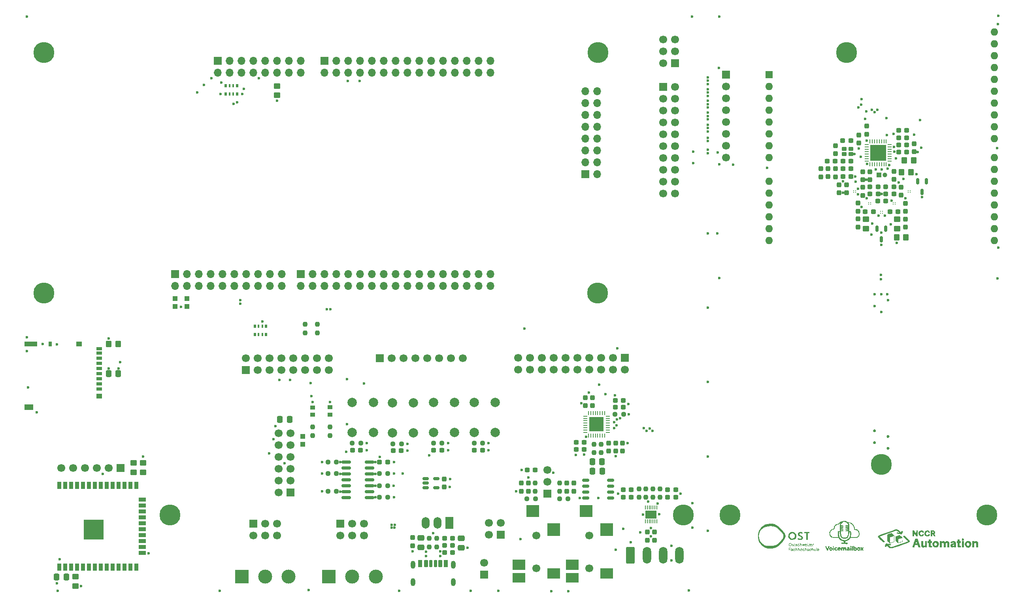
<source format=gts>
%TF.GenerationSoftware,KiCad,Pcbnew,9.0.1*%
%TF.CreationDate,2025-04-25T11:11:10+02:00*%
%TF.ProjectId,voicemail-box,766f6963-656d-4616-996c-2d626f782e6b,rev?*%
%TF.SameCoordinates,PX5f5e100PY5f5e100*%
%TF.FileFunction,Soldermask,Top*%
%TF.FilePolarity,Negative*%
%FSLAX45Y45*%
G04 Gerber Fmt 4.5, Leading zero omitted, Abs format (unit mm)*
G04 Created by KiCad (PCBNEW 9.0.1) date 2025-04-25 11:11:10*
%MOMM*%
%LPD*%
G01*
G04 APERTURE LIST*
G04 Aperture macros list*
%AMRoundRect*
0 Rectangle with rounded corners*
0 $1 Rounding radius*
0 $2 $3 $4 $5 $6 $7 $8 $9 X,Y pos of 4 corners*
0 Add a 4 corners polygon primitive as box body*
4,1,4,$2,$3,$4,$5,$6,$7,$8,$9,$2,$3,0*
0 Add four circle primitives for the rounded corners*
1,1,$1+$1,$2,$3*
1,1,$1+$1,$4,$5*
1,1,$1+$1,$6,$7*
1,1,$1+$1,$8,$9*
0 Add four rect primitives between the rounded corners*
20,1,$1+$1,$2,$3,$4,$5,0*
20,1,$1+$1,$4,$5,$6,$7,0*
20,1,$1+$1,$6,$7,$8,$9,0*
20,1,$1+$1,$8,$9,$2,$3,0*%
G04 Aperture macros list end*
%ADD10C,0.300000*%
%ADD11R,0.228600X0.279400*%
%ADD12RoundRect,0.237500X-0.300000X-0.237500X0.300000X-0.237500X0.300000X0.237500X-0.300000X0.237500X0*%
%ADD13C,2.000000*%
%ADD14R,1.000000X1.000000*%
%ADD15R,1.700000X1.700000*%
%ADD16C,1.700000*%
%ADD17R,1.000000X0.820000*%
%ADD18RoundRect,0.237500X-0.237500X0.250000X-0.237500X-0.250000X0.237500X-0.250000X0.237500X0.250000X0*%
%ADD19RoundRect,0.237500X-0.237500X0.300000X-0.237500X-0.300000X0.237500X-0.300000X0.237500X0.300000X0*%
%ADD20RoundRect,0.250000X-0.475000X0.337500X-0.475000X-0.337500X0.475000X-0.337500X0.475000X0.337500X0*%
%ADD21RoundRect,0.237500X0.300000X0.237500X-0.300000X0.237500X-0.300000X-0.237500X0.300000X-0.237500X0*%
%ADD22RoundRect,0.237500X0.237500X-0.300000X0.237500X0.300000X-0.237500X0.300000X-0.237500X-0.300000X0*%
%ADD23RoundRect,0.250000X-0.337500X-0.475000X0.337500X-0.475000X0.337500X0.475000X-0.337500X0.475000X0*%
%ADD24RoundRect,0.237500X-0.250000X-0.237500X0.250000X-0.237500X0.250000X0.237500X-0.250000X0.237500X0*%
%ADD25R,3.000000X3.000000*%
%ADD26C,3.000000*%
%ADD27RoundRect,0.237500X0.237500X-0.250000X0.237500X0.250000X-0.237500X0.250000X-0.237500X-0.250000X0*%
%ADD28RoundRect,0.237500X0.250000X0.237500X-0.250000X0.237500X-0.250000X-0.237500X0.250000X-0.237500X0*%
%ADD29RoundRect,0.237500X-0.287500X-0.237500X0.287500X-0.237500X0.287500X0.237500X-0.287500X0.237500X0*%
%ADD30R,2.800000X2.200000*%
%ADD31R,2.800000X2.000000*%
%ADD32R,2.800000X2.800000*%
%ADD33R,2.800000X2.600000*%
%ADD34R,0.500000X0.800000*%
%ADD35R,0.400000X0.800000*%
%ADD36RoundRect,0.250000X-0.450000X0.350000X-0.450000X-0.350000X0.450000X-0.350000X0.450000X0.350000X0*%
%ADD37O,1.700000X1.700000*%
%ADD38RoundRect,0.250000X-0.350000X-0.450000X0.350000X-0.450000X0.350000X0.450000X-0.350000X0.450000X0*%
%ADD39RoundRect,0.250000X0.350000X0.450000X-0.350000X0.450000X-0.350000X-0.450000X0.350000X-0.450000X0*%
%ADD40RoundRect,0.150000X-0.150000X0.512500X-0.150000X-0.512500X0.150000X-0.512500X0.150000X0.512500X0*%
%ADD41RoundRect,0.062500X-0.062500X0.375000X-0.062500X-0.375000X0.062500X-0.375000X0.062500X0.375000X0*%
%ADD42RoundRect,0.062500X-0.375000X0.062500X-0.375000X-0.062500X0.375000X-0.062500X0.375000X0.062500X0*%
%ADD43R,3.100000X3.100000*%
%ADD44RoundRect,0.102000X-0.373000X-0.323000X0.373000X-0.323000X0.373000X0.323000X-0.373000X0.323000X0*%
%ADD45RoundRect,0.175000X-0.175000X-0.625000X0.175000X-0.625000X0.175000X0.625000X-0.175000X0.625000X0*%
%ADD46RoundRect,0.200000X-0.200000X-0.600000X0.200000X-0.600000X0.200000X0.600000X-0.200000X0.600000X0*%
%ADD47RoundRect,0.225000X-0.225000X-0.575000X0.225000X-0.575000X0.225000X0.575000X-0.225000X0.575000X0*%
%ADD48O,1.000000X1.700000*%
%ADD49RoundRect,0.250000X0.450000X-0.350000X0.450000X0.350000X-0.450000X0.350000X-0.450000X-0.350000X0*%
%ADD50RoundRect,0.150000X-0.825000X-0.150000X0.825000X-0.150000X0.825000X0.150000X-0.825000X0.150000X0*%
%ADD51R,1.700000X2.500000*%
%ADD52O,1.700000X2.500000*%
%ADD53RoundRect,0.250000X-0.650000X-1.550000X0.650000X-1.550000X0.650000X1.550000X-0.650000X1.550000X0*%
%ADD54O,1.800000X3.600000*%
%ADD55RoundRect,0.150000X-0.512500X-0.150000X0.512500X-0.150000X0.512500X0.150000X-0.512500X0.150000X0*%
%ADD56R,0.900000X1.500000*%
%ADD57R,1.500000X0.900000*%
%ADD58C,0.600000*%
%ADD59R,4.200000X4.200000*%
%ADD60R,0.279400X0.228600*%
%ADD61RoundRect,0.237500X0.287500X0.237500X-0.287500X0.237500X-0.287500X-0.237500X0.287500X-0.237500X0*%
%ADD62RoundRect,0.062500X-0.375000X-0.062500X0.375000X-0.062500X0.375000X0.062500X-0.375000X0.062500X0*%
%ADD63RoundRect,0.062500X-0.062500X-0.375000X0.062500X-0.375000X0.062500X0.375000X-0.062500X0.375000X0*%
%ADD64R,3.500000X3.500000*%
%ADD65R,1.200000X0.700000*%
%ADD66R,0.800000X1.000000*%
%ADD67R,1.200000X1.000000*%
%ADD68R,2.800000X1.000000*%
%ADD69R,1.900000X1.300000*%
%ADD70RoundRect,0.250000X0.337500X0.475000X-0.337500X0.475000X-0.337500X-0.475000X0.337500X-0.475000X0*%
%ADD71C,1.000000*%
%ADD72RoundRect,0.150000X-0.625000X-0.150000X0.625000X-0.150000X0.625000X0.150000X-0.625000X0.150000X0*%
%ADD73RoundRect,0.050000X-0.050000X0.337500X-0.050000X-0.337500X0.050000X-0.337500X0.050000X0.337500X0*%
%ADD74R,2.350000X1.780000*%
%ADD75R,1.600000X1.600000*%
%ADD76O,1.600000X1.600000*%
%ADD77C,4.500000*%
G04 APERTURE END LIST*
D10*
X11900550Y-816450D02*
G75*
G02*
X11870550Y-816450I-15000J0D01*
G01*
X11870550Y-816450D02*
G75*
G02*
X11900550Y-816450I15000J0D01*
G01*
X11611900Y-944400D02*
G75*
G02*
X11581900Y-944400I-15000J0D01*
G01*
X11581900Y-944400D02*
G75*
G02*
X11611900Y-944400I15000J0D01*
G01*
X11611450Y-692350D02*
G75*
G02*
X11581450Y-692350I-15000J0D01*
G01*
X11581450Y-692350D02*
G75*
G02*
X11611450Y-692350I15000J0D01*
G01*
X11901000Y-1068500D02*
G75*
G02*
X11871000Y-1068500I-15000J0D01*
G01*
X11871000Y-1068500D02*
G75*
G02*
X11901000Y-1068500I15000J0D01*
G01*
G36*
X9888395Y-3223586D02*
G01*
X9894729Y-3234056D01*
X9889005Y-3238119D01*
X9885083Y-3238314D01*
X9883632Y-3233417D01*
X9877221Y-3228288D01*
X9866046Y-3231952D01*
X9861666Y-3241484D01*
X9863543Y-3253506D01*
X9873801Y-3260162D01*
X9883937Y-3256132D01*
X9888098Y-3250810D01*
X9891020Y-3251369D01*
X9894691Y-3257472D01*
X9886685Y-3267245D01*
X9875642Y-3270327D01*
X9863787Y-3267367D01*
X9854829Y-3259873D01*
X9851453Y-3244591D01*
X9854829Y-3229309D01*
X9863787Y-3221816D01*
X9877943Y-3218509D01*
X9888395Y-3223586D01*
G37*
G36*
X9839119Y-3221999D02*
G01*
X9842502Y-3227548D01*
X9844187Y-3243798D01*
X9844980Y-3262238D01*
X9851701Y-3263861D01*
X9847606Y-3268527D01*
X9842233Y-3270298D01*
X9836615Y-3268344D01*
X9830265Y-3267428D01*
X9818813Y-3269995D01*
X9809993Y-3265596D01*
X9805519Y-3257079D01*
X9806269Y-3254544D01*
X9816160Y-3254544D01*
X9818236Y-3259856D01*
X9823487Y-3260895D01*
X9830959Y-3256840D01*
X9833257Y-3250209D01*
X9833135Y-3248072D01*
X9829593Y-3247950D01*
X9819459Y-3249924D01*
X9816160Y-3254544D01*
X9806269Y-3254544D01*
X9808222Y-3247950D01*
X9816347Y-3240985D01*
X9829593Y-3238424D01*
X9833257Y-3236226D01*
X9831569Y-3230632D01*
X9826479Y-3227616D01*
X9820853Y-3228032D01*
X9817442Y-3232746D01*
X9810542Y-3235188D01*
X9808710Y-3227433D01*
X9816282Y-3220350D01*
X9828073Y-3217773D01*
X9839119Y-3221999D01*
G37*
G36*
X10095879Y-3228532D02*
G01*
X10093314Y-3238058D01*
X10089487Y-3238044D01*
X10085315Y-3232929D01*
X10075363Y-3228349D01*
X10066509Y-3236898D01*
X10066326Y-3252651D01*
X10077255Y-3259429D01*
X10084597Y-3257903D01*
X10086476Y-3254361D01*
X10087987Y-3250901D01*
X10093131Y-3251064D01*
X10097916Y-3255012D01*
X10091238Y-3265596D01*
X10076523Y-3270298D01*
X10061868Y-3265596D01*
X10055631Y-3254911D01*
X10054297Y-3238668D01*
X10058751Y-3228042D01*
X10065043Y-3221938D01*
X10082629Y-3219617D01*
X10095879Y-3228532D01*
G37*
G36*
X10233752Y-3223320D02*
G01*
X10237234Y-3228716D01*
X10235403Y-3238058D01*
X10228014Y-3232929D01*
X10218061Y-3228349D01*
X10209208Y-3236898D01*
X10209024Y-3252651D01*
X10219954Y-3259429D01*
X10227296Y-3257903D01*
X10229174Y-3254361D01*
X10230510Y-3250611D01*
X10234548Y-3251064D01*
X10239371Y-3255043D01*
X10233876Y-3265657D01*
X10218428Y-3270298D01*
X10204567Y-3265596D01*
X10198330Y-3254911D01*
X10196995Y-3238668D01*
X10201450Y-3228042D01*
X10207742Y-3221938D01*
X10225450Y-3219679D01*
X10233752Y-3223320D01*
G37*
G36*
X10407869Y-3224321D02*
G01*
X10412173Y-3237569D01*
X10412173Y-3247950D01*
X10394832Y-3247950D01*
X10381399Y-3248805D01*
X10383780Y-3255949D01*
X10394466Y-3260162D01*
X10402648Y-3253995D01*
X10407838Y-3252407D01*
X10410760Y-3255715D01*
X10409120Y-3260956D01*
X10402706Y-3267853D01*
X10392084Y-3270298D01*
X10381200Y-3267931D01*
X10373583Y-3261078D01*
X10369845Y-3251244D01*
X10370530Y-3238607D01*
X10370978Y-3237447D01*
X10381216Y-3237447D01*
X10390619Y-3238424D01*
X10401244Y-3235738D01*
X10397824Y-3230731D01*
X10391924Y-3228133D01*
X10385001Y-3232013D01*
X10381216Y-3237447D01*
X10370978Y-3237447D01*
X10375061Y-3226860D01*
X10381521Y-3220350D01*
X10394893Y-3218824D01*
X10407869Y-3224321D01*
G37*
G36*
X10186432Y-3223709D02*
G01*
X10190084Y-3231739D01*
X10186982Y-3236776D01*
X10180326Y-3231341D01*
X10171533Y-3227616D01*
X10166681Y-3229421D01*
X10165916Y-3233234D01*
X10176906Y-3239584D01*
X10189546Y-3247889D01*
X10191957Y-3254497D01*
X10189546Y-3262299D01*
X10182266Y-3269584D01*
X10167747Y-3270237D01*
X10158594Y-3265787D01*
X10153703Y-3259185D01*
X10153971Y-3252884D01*
X10158405Y-3251003D01*
X10164450Y-3256620D01*
X10171900Y-3260833D01*
X10180509Y-3257475D01*
X10180387Y-3252590D01*
X10169030Y-3247889D01*
X10156573Y-3239645D01*
X10155531Y-3228488D01*
X10161702Y-3221816D01*
X10175953Y-3218542D01*
X10186432Y-3223709D01*
G37*
G36*
X10045443Y-3228349D02*
G01*
X10047702Y-3245446D01*
X10043916Y-3261017D01*
X10037775Y-3266977D01*
X10027796Y-3269626D01*
X10017236Y-3268257D01*
X10008684Y-3262787D01*
X10004394Y-3247660D01*
X10013424Y-3247660D01*
X10017050Y-3255826D01*
X10023849Y-3260461D01*
X10031765Y-3259551D01*
X10038909Y-3247705D01*
X10035307Y-3232684D01*
X10023766Y-3229021D01*
X10014729Y-3236898D01*
X10013424Y-3247660D01*
X10004394Y-3247660D01*
X10003921Y-3245996D01*
X10007042Y-3229364D01*
X10014790Y-3221816D01*
X10032254Y-3219617D01*
X10045443Y-3228349D01*
G37*
G36*
X9802083Y-3202217D02*
G01*
X9804986Y-3204658D01*
X9802355Y-3207354D01*
X9787706Y-3210153D01*
X9773967Y-3210153D01*
X9772807Y-3219556D01*
X9772807Y-3230059D01*
X9784836Y-3230059D01*
X9798025Y-3231918D01*
X9800773Y-3235493D01*
X9798025Y-3239069D01*
X9784836Y-3240928D01*
X9772807Y-3240928D01*
X9772807Y-3252957D01*
X9771312Y-3266451D01*
X9768716Y-3268955D01*
X9766376Y-3264717D01*
X9764686Y-3234822D01*
X9764686Y-3200689D01*
X9784836Y-3200689D01*
X9802083Y-3202217D01*
G37*
G36*
X9911055Y-3201742D02*
G01*
X9912697Y-3213695D01*
X9913512Y-3222956D01*
X9932572Y-3218974D01*
X9941884Y-3226945D01*
X9943471Y-3249537D01*
X9941525Y-3265824D01*
X9938037Y-3268955D01*
X9934532Y-3265903D01*
X9932603Y-3250270D01*
X9929916Y-3229387D01*
X9921123Y-3229693D01*
X9913796Y-3233784D01*
X9912697Y-3250209D01*
X9910955Y-3266027D01*
X9907934Y-3268955D01*
X9905165Y-3264470D01*
X9903232Y-3234150D01*
X9905165Y-3203774D01*
X9907934Y-3199284D01*
X9911055Y-3201742D01*
G37*
G36*
X9964143Y-3201565D02*
G01*
X9965881Y-3211191D01*
X9965881Y-3223037D01*
X9968567Y-3221877D01*
X9980428Y-3218439D01*
X9990488Y-3223586D01*
X9993685Y-3230514D01*
X9995251Y-3248682D01*
X9993480Y-3265868D01*
X9990488Y-3268955D01*
X9987408Y-3266321D01*
X9985725Y-3252957D01*
X9982794Y-3230669D01*
X9978821Y-3228115D01*
X9970338Y-3229570D01*
X9965881Y-3231830D01*
X9965881Y-3248805D01*
X9963901Y-3265733D01*
X9960385Y-3268955D01*
X9957132Y-3264280D01*
X9954951Y-3234150D01*
X9957132Y-3203965D01*
X9960385Y-3199284D01*
X9964143Y-3201565D01*
G37*
G36*
X10113746Y-3201580D02*
G01*
X10115235Y-3211435D01*
X10114991Y-3223037D01*
X10119754Y-3221816D01*
X10131516Y-3218423D01*
X10141613Y-3223586D01*
X10144810Y-3230514D01*
X10146376Y-3248682D01*
X10144605Y-3265868D01*
X10141613Y-3268955D01*
X10138564Y-3266176D01*
X10136851Y-3251613D01*
X10133309Y-3230059D01*
X10129064Y-3227922D01*
X10121463Y-3229570D01*
X10116884Y-3231891D01*
X10115540Y-3248866D01*
X10113579Y-3265752D01*
X10110106Y-3268955D01*
X10106853Y-3264280D01*
X10104672Y-3234150D01*
X10106853Y-3203965D01*
X10110106Y-3199284D01*
X10113746Y-3201580D01*
G37*
G36*
X10256445Y-3201580D02*
G01*
X10257934Y-3211435D01*
X10257690Y-3223037D01*
X10262453Y-3221816D01*
X10274062Y-3218421D01*
X10282969Y-3223647D01*
X10286121Y-3230516D01*
X10287671Y-3248682D01*
X10286103Y-3266013D01*
X10283580Y-3268955D01*
X10281026Y-3266463D01*
X10279550Y-3252957D01*
X10276008Y-3230731D01*
X10271649Y-3228105D01*
X10264162Y-3229570D01*
X10259583Y-3231891D01*
X10258239Y-3248866D01*
X10256278Y-3265752D01*
X10252805Y-3268955D01*
X10249552Y-3264280D01*
X10247371Y-3234150D01*
X10249552Y-3203965D01*
X10252805Y-3199284D01*
X10256445Y-3201580D01*
G37*
G36*
X10337553Y-3223729D02*
G01*
X10339389Y-3244591D01*
X10337553Y-3265454D01*
X10334626Y-3268955D01*
X10329925Y-3266756D01*
X10324063Y-3267489D01*
X10310568Y-3268955D01*
X10302845Y-3262574D01*
X10299150Y-3238974D01*
X10301081Y-3223286D01*
X10304584Y-3220228D01*
X10308088Y-3223286D01*
X10310019Y-3238974D01*
X10311118Y-3257353D01*
X10318995Y-3259429D01*
X10328154Y-3255338D01*
X10329925Y-3238974D01*
X10331649Y-3223143D01*
X10334626Y-3220228D01*
X10337553Y-3223729D01*
G37*
G36*
X10358676Y-3203605D02*
G01*
X10360394Y-3234150D01*
X10358677Y-3264639D01*
X10356303Y-3268955D01*
X10353968Y-3264657D01*
X10352273Y-3234150D01*
X10353969Y-3203587D01*
X10356303Y-3199284D01*
X10358676Y-3203605D01*
G37*
G36*
X9410228Y-2683016D02*
G01*
X9456497Y-2694493D01*
X9499042Y-2713682D01*
X9538517Y-2740902D01*
X9584740Y-2784316D01*
X9646998Y-2851426D01*
X9676087Y-2893981D01*
X9687383Y-2923778D01*
X9690253Y-2949603D01*
X9687383Y-2976413D01*
X9671093Y-3015784D01*
X9631024Y-3068248D01*
X9578450Y-3120821D01*
X9529968Y-3165029D01*
X9489809Y-3190350D01*
X9447272Y-3207619D01*
X9401741Y-3217175D01*
X9354481Y-3219955D01*
X9310150Y-3214305D01*
X9253974Y-3195738D01*
X9205286Y-3167029D01*
X9162932Y-3127660D01*
X9129629Y-3080419D01*
X9107898Y-3028437D01*
X9097353Y-2970490D01*
X9097592Y-2942533D01*
X9120172Y-2942533D01*
X9123670Y-2986793D01*
X9134936Y-3028434D01*
X9153533Y-3065144D01*
X9179724Y-3097740D01*
X9211863Y-3124747D01*
X9248380Y-3145011D01*
X9290000Y-3158740D01*
X9360952Y-3161488D01*
X9422929Y-3160083D01*
X9458283Y-3151840D01*
X9486582Y-3140072D01*
X9513726Y-3124057D01*
X9556835Y-3085772D01*
X9601531Y-3040465D01*
X9635113Y-2994299D01*
X9646472Y-2959071D01*
X9642144Y-2923560D01*
X9619605Y-2880669D01*
X9583335Y-2841652D01*
X9535952Y-2795551D01*
X9502721Y-2770191D01*
X9467297Y-2752318D01*
X9429157Y-2741451D01*
X9372737Y-2738032D01*
X9310760Y-2738703D01*
X9268022Y-2747440D01*
X9229248Y-2764200D01*
X9193646Y-2789323D01*
X9163647Y-2820892D01*
X9141380Y-2856913D01*
X9126418Y-2898133D01*
X9120172Y-2942533D01*
X9097592Y-2942533D01*
X9097764Y-2922340D01*
X9106412Y-2876082D01*
X9123426Y-2831027D01*
X9147944Y-2789633D01*
X9178570Y-2754607D01*
X9215750Y-2725331D01*
X9256633Y-2702843D01*
X9300555Y-2687833D01*
X9348191Y-2680207D01*
X9375960Y-2679487D01*
X9410228Y-2683016D01*
G37*
G36*
X9980718Y-3120089D02*
G01*
X9985481Y-3129553D01*
X9985564Y-3134497D01*
X9981756Y-3136025D01*
X9975956Y-3130164D01*
X9972026Y-3125495D01*
X9963194Y-3126134D01*
X9957028Y-3131641D01*
X9954707Y-3142437D01*
X9957372Y-3153381D01*
X9964293Y-3157274D01*
X9972312Y-3157323D01*
X9976078Y-3153061D01*
X9979472Y-3149460D01*
X9986886Y-3151046D01*
X9980596Y-3163503D01*
X9966736Y-3168204D01*
X9950890Y-3162134D01*
X9945181Y-3142437D01*
X9948169Y-3126835D01*
X9955989Y-3118379D01*
X9970251Y-3114996D01*
X9980718Y-3120089D01*
G37*
G36*
X10146010Y-3120272D02*
G01*
X10149734Y-3130774D01*
X10151933Y-3140177D01*
X10147706Y-3142937D01*
X10133187Y-3144391D01*
X10118899Y-3144391D01*
X10119693Y-3147627D01*
X10128119Y-3157397D01*
X10134707Y-3157715D01*
X10140026Y-3153916D01*
X10147964Y-3150497D01*
X10152402Y-3155334D01*
X10144117Y-3163625D01*
X10131783Y-3168204D01*
X10119007Y-3164687D01*
X10111755Y-3154344D01*
X10110412Y-3134438D01*
X10119754Y-3134438D01*
X10120425Y-3136025D01*
X10130378Y-3136331D01*
X10141919Y-3136331D01*
X10141125Y-3133217D01*
X10138805Y-3128454D01*
X10128119Y-3126195D01*
X10119754Y-3134438D01*
X10110412Y-3134438D01*
X10110350Y-3133522D01*
X10121158Y-3118318D01*
X10135431Y-3115794D01*
X10146010Y-3120272D01*
G37*
G36*
X10254942Y-3121493D02*
G01*
X10260987Y-3135109D01*
X10262880Y-3144391D01*
X10243707Y-3144391D01*
X10228869Y-3144757D01*
X10230151Y-3151535D01*
X10239616Y-3158679D01*
X10249080Y-3154038D01*
X10257018Y-3150436D01*
X10262060Y-3155460D01*
X10251767Y-3165090D01*
X10242303Y-3168204D01*
X10229678Y-3165242D01*
X10222287Y-3156892D01*
X10219405Y-3141032D01*
X10220470Y-3136331D01*
X10229419Y-3136331D01*
X10239555Y-3136331D01*
X10251034Y-3136331D01*
X10250240Y-3133217D01*
X10247920Y-3128454D01*
X10238517Y-3126195D01*
X10230212Y-3133278D01*
X10229419Y-3136331D01*
X10220470Y-3136331D01*
X10222641Y-3126745D01*
X10231678Y-3118318D01*
X10244650Y-3116060D01*
X10254942Y-3121493D01*
G37*
G36*
X9811458Y-3104701D02*
G01*
X9818647Y-3117074D01*
X9820373Y-3136453D01*
X9815379Y-3154718D01*
X9804680Y-3164541D01*
X9790404Y-3167718D01*
X9775615Y-3163808D01*
X9764673Y-3153002D01*
X9760533Y-3132667D01*
X9761864Y-3126077D01*
X9769493Y-3126077D01*
X9771891Y-3143047D01*
X9781283Y-3156454D01*
X9792896Y-3158740D01*
X9806009Y-3150467D01*
X9810848Y-3131263D01*
X9808096Y-3117498D01*
X9800589Y-3109159D01*
X9788406Y-3106318D01*
X9776348Y-3113189D01*
X9769493Y-3126077D01*
X9761864Y-3126077D01*
X9764637Y-3112337D01*
X9775432Y-3101648D01*
X9793323Y-3097862D01*
X9811458Y-3104701D01*
G37*
G36*
X9880327Y-3104317D02*
G01*
X9881922Y-3111418D01*
X9883327Y-3116547D01*
X9887173Y-3116730D01*
X9895905Y-3121493D01*
X9894107Y-3124810D01*
X9886990Y-3126256D01*
X9882105Y-3126256D01*
X9883327Y-3140971D01*
X9884365Y-3156664D01*
X9890898Y-3158679D01*
X9897042Y-3158677D01*
X9898714Y-3162037D01*
X9891264Y-3167472D01*
X9877404Y-3165029D01*
X9873801Y-3143841D01*
X9872462Y-3128792D01*
X9870321Y-3126256D01*
X9866840Y-3122226D01*
X9870321Y-3118135D01*
X9873801Y-3111174D01*
X9876671Y-3104152D01*
X9880327Y-3104317D01*
G37*
G36*
X9859024Y-3121493D02*
G01*
X9865499Y-3131838D01*
X9858963Y-3134621D01*
X9854262Y-3131263D01*
X9850720Y-3127172D01*
X9846385Y-3124851D01*
X9840767Y-3127111D01*
X9838568Y-3132041D01*
X9846873Y-3136392D01*
X9860037Y-3143137D01*
X9863726Y-3152268D01*
X9859423Y-3162857D01*
X9844980Y-3166800D01*
X9830814Y-3161793D01*
X9827287Y-3153924D01*
X9830387Y-3148909D01*
X9839424Y-3155076D01*
X9846578Y-3159012D01*
X9853346Y-3156481D01*
X9853712Y-3150985D01*
X9843027Y-3145734D01*
X9830217Y-3138852D01*
X9827700Y-3129431D01*
X9837348Y-3118257D01*
X9848913Y-3115988D01*
X9859024Y-3121493D01*
G37*
G36*
X9933213Y-3121554D02*
G01*
X9939658Y-3131851D01*
X9933152Y-3134621D01*
X9928389Y-3131263D01*
X9925520Y-3127111D01*
X9920574Y-3124851D01*
X9914712Y-3127233D01*
X9912933Y-3131917D01*
X9922467Y-3136392D01*
X9935630Y-3143137D01*
X9939319Y-3152268D01*
X9935016Y-3162857D01*
X9920574Y-3166800D01*
X9909781Y-3165260D01*
X9904881Y-3161671D01*
X9902280Y-3153922D01*
X9904393Y-3148909D01*
X9913613Y-3155198D01*
X9920747Y-3159041D01*
X9927473Y-3156481D01*
X9929794Y-3152268D01*
X9917215Y-3145734D01*
X9904665Y-3138772D01*
X9903293Y-3129431D01*
X9906317Y-3121612D01*
X9911537Y-3118257D01*
X9924143Y-3116049D01*
X9933213Y-3121554D01*
G37*
G36*
X10003379Y-3098183D02*
G01*
X10005021Y-3110136D01*
X10005186Y-3119719D01*
X10024377Y-3116730D01*
X10032056Y-3123269D01*
X10035795Y-3148054D01*
X10034053Y-3163872D01*
X10031032Y-3166800D01*
X10028042Y-3163955D01*
X10026331Y-3148726D01*
X10023949Y-3128271D01*
X10019418Y-3125621D01*
X10009600Y-3128759D01*
X10005021Y-3131079D01*
X10005021Y-3146650D01*
X10003252Y-3163726D01*
X10000258Y-3166800D01*
X9997495Y-3162248D01*
X9995556Y-3131263D01*
X9997495Y-3100277D01*
X10000258Y-3095725D01*
X10003379Y-3098183D01*
G37*
G36*
X10102901Y-3118135D02*
G01*
X10105771Y-3119966D01*
X10105038Y-3124607D01*
X10103573Y-3131751D01*
X10100031Y-3143108D01*
X10091755Y-3163057D01*
X10086903Y-3166800D01*
X10082554Y-3164537D01*
X10079515Y-3155504D01*
X10073958Y-3137430D01*
X10073225Y-3134865D01*
X10070722Y-3145734D01*
X10064616Y-3163747D01*
X10058571Y-3165396D01*
X10054181Y-3161762D01*
X10045992Y-3141582D01*
X10042681Y-3121477D01*
X10045076Y-3118135D01*
X10048672Y-3120902D01*
X10055151Y-3135781D01*
X10060464Y-3153672D01*
X10060219Y-3149031D01*
X10062784Y-3137796D01*
X10069615Y-3121278D01*
X10073775Y-3118135D01*
X10077725Y-3119915D01*
X10080553Y-3126561D01*
X10086842Y-3150314D01*
X10090811Y-3137613D01*
X10097650Y-3117646D01*
X10102901Y-3118135D01*
G37*
G36*
X10168292Y-3121636D02*
G01*
X10170129Y-3142498D01*
X10168293Y-3163305D01*
X10165366Y-3166800D01*
X10162439Y-3163305D01*
X10160603Y-3142498D01*
X10162440Y-3121636D01*
X10165366Y-3118135D01*
X10168292Y-3121636D01*
G37*
G36*
X10212315Y-3119461D02*
G01*
X10214886Y-3121554D01*
X10201880Y-3143597D01*
X10190523Y-3157274D01*
X10200354Y-3157274D01*
X10213664Y-3158955D01*
X10216291Y-3162037D01*
X10213217Y-3165031D01*
X10196141Y-3166800D01*
X10179065Y-3165031D01*
X10175991Y-3162037D01*
X10190462Y-3141216D01*
X10202125Y-3127172D01*
X10193210Y-3126256D01*
X10181122Y-3124812D01*
X10178799Y-3122226D01*
X10181513Y-3119666D01*
X10196812Y-3118135D01*
X10212315Y-3119461D01*
G37*
G36*
X10296036Y-3121493D02*
G01*
X10291884Y-3126256D01*
X10283885Y-3128759D01*
X10279244Y-3131079D01*
X10279244Y-3146650D01*
X10277678Y-3163870D01*
X10275153Y-3166800D01*
X10272724Y-3163477D01*
X10271123Y-3142498D01*
X10272725Y-3121463D01*
X10275153Y-3118135D01*
X10279244Y-3120089D01*
X10279977Y-3121554D01*
X10284984Y-3116852D01*
X10293610Y-3116339D01*
X10296036Y-3121493D01*
G37*
G36*
X10171533Y-3102992D02*
G01*
X10171416Y-3107838D01*
X10166770Y-3109464D01*
X10159443Y-3106350D01*
X10160298Y-3099389D01*
X10167320Y-3096519D01*
X10171533Y-3102992D01*
G37*
G36*
X9855239Y-2862168D02*
G01*
X9886585Y-2874411D01*
X9907926Y-2894501D01*
X9921062Y-2923717D01*
X9923901Y-2946607D01*
X9921062Y-2969452D01*
X9911437Y-2993066D01*
X9896583Y-3011413D01*
X9875938Y-3025322D01*
X9840504Y-3034615D01*
X9803764Y-3028192D01*
X9782385Y-3016843D01*
X9766359Y-3000413D01*
X9755038Y-2978061D01*
X9749008Y-2953220D01*
X9749443Y-2946615D01*
X9782576Y-2946615D01*
X9786887Y-2970374D01*
X9799490Y-2989296D01*
X9818200Y-3001581D01*
X9840706Y-3004806D01*
X9857107Y-3000791D01*
X9871664Y-2991311D01*
X9882693Y-2977381D01*
X9889249Y-2958827D01*
X9890268Y-2938974D01*
X9885219Y-2920908D01*
X9874979Y-2905580D01*
X9860917Y-2895202D01*
X9840577Y-2889775D01*
X9820434Y-2892454D01*
X9799309Y-2903955D01*
X9787012Y-2921353D01*
X9782576Y-2946615D01*
X9749443Y-2946615D01*
X9750764Y-2926587D01*
X9759446Y-2905075D01*
X9774394Y-2885799D01*
X9793922Y-2870926D01*
X9816587Y-2862168D01*
X9836428Y-2860001D01*
X9855239Y-2862168D01*
G37*
G36*
X10028712Y-2862168D02*
G01*
X10049207Y-2868291D01*
X10059242Y-2875479D01*
X10059541Y-2882079D01*
X10050999Y-2898621D01*
X10048740Y-2903079D01*
X10035795Y-2896606D01*
X10017157Y-2890378D01*
X10001845Y-2891050D01*
X9990504Y-2897592D01*
X9986886Y-2908818D01*
X9992686Y-2920786D01*
X10017843Y-2933548D01*
X10045367Y-2948120D01*
X10057838Y-2960903D01*
X10062109Y-2969648D01*
X10063822Y-2984351D01*
X10060334Y-3005567D01*
X10050633Y-3020743D01*
X10035810Y-3029854D01*
X10015889Y-3034604D01*
X9994977Y-3034034D01*
X9975711Y-3028131D01*
X9954975Y-3016944D01*
X9950799Y-3010362D01*
X9958248Y-2999188D01*
X9967224Y-2988014D01*
X9976261Y-2994059D01*
X10000372Y-3004932D01*
X10020530Y-3002119D01*
X10028390Y-2996489D01*
X10031887Y-2986915D01*
X10028407Y-2974642D01*
X9995312Y-2956751D01*
X9974708Y-2945804D01*
X9963011Y-2935868D01*
X9955979Y-2923829D01*
X9953546Y-2908818D01*
X9956477Y-2891294D01*
X9971374Y-2871599D01*
X9997144Y-2860764D01*
X10028712Y-2862168D01*
G37*
G36*
X10203712Y-2876639D02*
G01*
X10203712Y-2889768D01*
X10182158Y-2889768D01*
X10164511Y-2889768D01*
X10164511Y-2959194D01*
X10164511Y-3032466D01*
X10148574Y-3032466D01*
X10134042Y-3032466D01*
X10134042Y-2959194D01*
X10134042Y-2889768D01*
X10114991Y-2889768D01*
X10093498Y-2889768D01*
X10093498Y-2876639D01*
X10093498Y-2862107D01*
X10148574Y-2862107D01*
X10203712Y-2862107D01*
X10203712Y-2876639D01*
G37*
G36*
X12246430Y-2945434D02*
G01*
X12259131Y-2956913D01*
X12266800Y-2964680D01*
X12278084Y-2974792D01*
X12284728Y-2981435D01*
X12293667Y-2989300D01*
X12302655Y-2997751D01*
X12312718Y-3007227D01*
X12322781Y-3016167D01*
X12336312Y-3029600D01*
X12345202Y-3038588D01*
X12352759Y-3047227D01*
X12355754Y-3055197D01*
X12354662Y-3065574D01*
X12348622Y-3076592D01*
X12336152Y-3084840D01*
X12314135Y-3093885D01*
X12307784Y-3095985D01*
X12290883Y-3101603D01*
X12280820Y-3104973D01*
X12251755Y-3115036D01*
X12202516Y-3131840D01*
X12140918Y-3154213D01*
X12087233Y-3173215D01*
X12028810Y-3193487D01*
X12025977Y-3194415D01*
X12005558Y-3201205D01*
X11998768Y-3203452D01*
X11989975Y-3206774D01*
X11986214Y-3208044D01*
X11954502Y-3212535D01*
X11921539Y-3205650D01*
X11899801Y-3188553D01*
X11893158Y-3183033D01*
X11883095Y-3174045D01*
X11862334Y-3153871D01*
X11862041Y-3155825D01*
X11856863Y-3171017D01*
X11847777Y-3177709D01*
X11836864Y-3179213D01*
X11824183Y-3176537D01*
X11816514Y-3168818D01*
X11821497Y-3150061D01*
X11822327Y-3149719D01*
X11822132Y-3148888D01*
X11826772Y-3139802D01*
X11828922Y-3134234D01*
X11840597Y-3107416D01*
X11874156Y-3110884D01*
X11877086Y-3111470D01*
X11879822Y-3112008D01*
X11891008Y-3113131D01*
X11904539Y-3115378D01*
X11915726Y-3116502D01*
X11921050Y-3117625D01*
X11929110Y-3118700D01*
X11932383Y-3118700D01*
X11944898Y-3122719D01*
X11951727Y-3128763D01*
X11950408Y-3137897D01*
X11942334Y-3143546D01*
X11933360Y-3145371D01*
X11914162Y-3144248D01*
X11902266Y-3142926D01*
X11919829Y-3158805D01*
X11923297Y-3161687D01*
X11932236Y-3170626D01*
X11934484Y-3172873D01*
X11937805Y-3176243D01*
X11949057Y-3183587D01*
X11960227Y-3185867D01*
X11991294Y-3175804D01*
X11995447Y-3174778D01*
X12006633Y-3171407D01*
X12015719Y-3168086D01*
X12088405Y-3142343D01*
X12123332Y-3129935D01*
X12125481Y-3129398D01*
X12127484Y-3128811D01*
X12131246Y-3127297D01*
X12135105Y-3125636D01*
X12200317Y-3103166D01*
X12240911Y-3088511D01*
X12244770Y-3087388D01*
X12248677Y-3086264D01*
X12267582Y-3079621D01*
X12313646Y-3061059D01*
X12312669Y-3054122D01*
X12307100Y-3049726D01*
X12305440Y-3047967D01*
X12292690Y-3036390D01*
X12283702Y-3027402D01*
X12274811Y-3019586D01*
X12266898Y-3011721D01*
X12260303Y-3006202D01*
X12250094Y-2996041D01*
X12243500Y-2990521D01*
X12235049Y-2982119D01*
X12226696Y-2974841D01*
X12216682Y-2964827D01*
X12213165Y-2962482D01*
X12210478Y-2954617D01*
X12216828Y-2944359D01*
X12231223Y-2941057D01*
X12246430Y-2945434D01*
G37*
G36*
X12720652Y-3058274D02*
G01*
X12720652Y-3192363D01*
X12679668Y-3192363D01*
X12678594Y-3181666D01*
X12677617Y-3182985D01*
X12660191Y-3193153D01*
X12640590Y-3195734D01*
X12622579Y-3190905D01*
X12609278Y-3181763D01*
X12600696Y-3164376D01*
X12597749Y-3143808D01*
X12597749Y-3142147D01*
X12597749Y-3140437D01*
X12597749Y-3131498D01*
X12597749Y-3125881D01*
X12597749Y-3110200D01*
X12597749Y-3093445D01*
X12597749Y-3059398D01*
X12638929Y-3059398D01*
X12638929Y-3069949D01*
X12638929Y-3078888D01*
X12638929Y-3088951D01*
X12638929Y-3106878D01*
X12638929Y-3121387D01*
X12638929Y-3125881D01*
X12644302Y-3152992D01*
X12656368Y-3157876D01*
X12666293Y-3156271D01*
X12674295Y-3151624D01*
X12679473Y-3137067D01*
X12679473Y-3134820D01*
X12679473Y-3127004D01*
X12679473Y-3121387D01*
X12679473Y-3105755D01*
X12679473Y-3082210D01*
X12679473Y-3074394D01*
X12679473Y-3068777D01*
X12679473Y-3067702D01*
X12679473Y-3066578D01*
X12681427Y-3058274D01*
X12720652Y-3058274D01*
G37*
G36*
X13599243Y-3053829D02*
G01*
X13624646Y-3057007D01*
X13646772Y-3068679D01*
X13662493Y-3088088D01*
X13670855Y-3112252D01*
X13667649Y-3148015D01*
X13654784Y-3172824D01*
X13632280Y-3188938D01*
X13606668Y-3195734D01*
X13575951Y-3190703D01*
X13551811Y-3176243D01*
X13536746Y-3151978D01*
X13532271Y-3121338D01*
X13533620Y-3115115D01*
X13574371Y-3115115D01*
X13574525Y-3132280D01*
X13579966Y-3145800D01*
X13589522Y-3155922D01*
X13598340Y-3157911D01*
X13610527Y-3155776D01*
X13619405Y-3149798D01*
X13625279Y-3139900D01*
X13628256Y-3122780D01*
X13624204Y-3106439D01*
X13617581Y-3097640D01*
X13608475Y-3092712D01*
X13592182Y-3093002D01*
X13579899Y-3102189D01*
X13574371Y-3115115D01*
X13533620Y-3115115D01*
X13538030Y-3094760D01*
X13552934Y-3072147D01*
X13574129Y-3059011D01*
X13599243Y-3053829D01*
G37*
G36*
X12797833Y-3025839D02*
G01*
X12797833Y-3059398D01*
X12830317Y-3059398D01*
X12830317Y-3076641D01*
X12830317Y-3079474D01*
X12830317Y-3081135D01*
X12830317Y-3083333D01*
X12830317Y-3085043D01*
X12830317Y-3087290D01*
X12830317Y-3088951D01*
X12828266Y-3095008D01*
X12820938Y-3095008D01*
X12818691Y-3095008D01*
X12816444Y-3095008D01*
X12814197Y-3095008D01*
X12811950Y-3095008D01*
X12807505Y-3095008D01*
X12797833Y-3095008D01*
X12797833Y-3119188D01*
X12797833Y-3127932D01*
X12798957Y-3141561D01*
X12798957Y-3144932D01*
X12798957Y-3148253D01*
X12798957Y-3151624D01*
X12799738Y-3158169D01*
X12815516Y-3158169D01*
X12818056Y-3155678D01*
X12821915Y-3155678D01*
X12827777Y-3167500D01*
X12830171Y-3171065D01*
X12830659Y-3172091D01*
X12831685Y-3173654D01*
X12833541Y-3176683D01*
X12834811Y-3182691D01*
X12826800Y-3186306D01*
X12825774Y-3187869D01*
X12824651Y-3187869D01*
X12803735Y-3194625D01*
X12781225Y-3192266D01*
X12769047Y-3184774D01*
X12761294Y-3174680D01*
X12756654Y-3154994D01*
X12756654Y-3150500D01*
X12756654Y-3148839D01*
X12756654Y-3146006D01*
X12756654Y-3141561D01*
X12756654Y-3129251D01*
X12756654Y-3116941D01*
X12756654Y-3095008D01*
X12737652Y-3095008D01*
X12737652Y-3059398D01*
X12756654Y-3059398D01*
X12756654Y-3025839D01*
X12797833Y-3025839D01*
G37*
G36*
X12904225Y-3054366D02*
G01*
X12929553Y-3057763D01*
X12950583Y-3068679D01*
X12968502Y-3090445D01*
X12975788Y-3115720D01*
X12972733Y-3147477D01*
X12959766Y-3171652D01*
X12938632Y-3187554D01*
X12910527Y-3194611D01*
X12882908Y-3191003D01*
X12861239Y-3178490D01*
X12855621Y-3172873D01*
X12853374Y-3170675D01*
X12841013Y-3149467D01*
X12837254Y-3119139D01*
X12837733Y-3117071D01*
X12879577Y-3117071D01*
X12880631Y-3135601D01*
X12885856Y-3147532D01*
X12894407Y-3154750D01*
X12904159Y-3157888D01*
X12914386Y-3156851D01*
X12923627Y-3151087D01*
X12930310Y-3142049D01*
X12933534Y-3124764D01*
X12930310Y-3107514D01*
X12923630Y-3098443D01*
X12914435Y-3092712D01*
X12898033Y-3092973D01*
X12884881Y-3102189D01*
X12879577Y-3117071D01*
X12837733Y-3117071D01*
X12842939Y-3094606D01*
X12857868Y-3073271D01*
X12858992Y-3072147D01*
X12860115Y-3071024D01*
X12879398Y-3058939D01*
X12904225Y-3054366D01*
G37*
G36*
X13415670Y-3025839D02*
G01*
X13415670Y-3059398D01*
X13448105Y-3059398D01*
X13448105Y-3076641D01*
X13448105Y-3079474D01*
X13448105Y-3081135D01*
X13448105Y-3083333D01*
X13448105Y-3085043D01*
X13448105Y-3087290D01*
X13448105Y-3088951D01*
X13446054Y-3095008D01*
X13438726Y-3095008D01*
X13436479Y-3095008D01*
X13434770Y-3095008D01*
X13432571Y-3095008D01*
X13430324Y-3095008D01*
X13428077Y-3095008D01*
X13426417Y-3095008D01*
X13416793Y-3095008D01*
X13416793Y-3119188D01*
X13416793Y-3127932D01*
X13417917Y-3141561D01*
X13417917Y-3144932D01*
X13417917Y-3148253D01*
X13417917Y-3151624D01*
X13418698Y-3158169D01*
X13434428Y-3158169D01*
X13436968Y-3155678D01*
X13440680Y-3155678D01*
X13447910Y-3167646D01*
X13455237Y-3181177D01*
X13434106Y-3192310D01*
X13408245Y-3194611D01*
X13394283Y-3189072D01*
X13382648Y-3179467D01*
X13378008Y-3170333D01*
X13376738Y-3166376D01*
X13375614Y-3146006D01*
X13375614Y-3141561D01*
X13375614Y-3129251D01*
X13375614Y-3116941D01*
X13375614Y-3095008D01*
X13356563Y-3095008D01*
X13356563Y-3059398D01*
X13375614Y-3059398D01*
X13375614Y-3025839D01*
X13415670Y-3025839D01*
G37*
G36*
X13278360Y-3053860D02*
G01*
X13302926Y-3056192D01*
X13326668Y-3068679D01*
X13336548Y-3080868D01*
X13340687Y-3096718D01*
X13340687Y-3104631D01*
X13340687Y-3106878D01*
X13340687Y-3115818D01*
X13340687Y-3122510D01*
X13340687Y-3139314D01*
X13340687Y-3157241D01*
X13340687Y-3192363D01*
X13301755Y-3192363D01*
X13301657Y-3182496D01*
X13301511Y-3183668D01*
X13299459Y-3184987D01*
X13297603Y-3185622D01*
X13296821Y-3186013D01*
X13296430Y-3186404D01*
X13276947Y-3194197D01*
X13254811Y-3194562D01*
X13240938Y-3187674D01*
X13239424Y-3186941D01*
X13237959Y-3184841D01*
X13227608Y-3172587D01*
X13222278Y-3154017D01*
X13223411Y-3145664D01*
X13264484Y-3145664D01*
X13267561Y-3157339D01*
X13275328Y-3161247D01*
X13291741Y-3157876D01*
X13293793Y-3157388D01*
X13294818Y-3156899D01*
X13302927Y-3150989D01*
X13302976Y-3129691D01*
X13289005Y-3133061D01*
X13287393Y-3133061D01*
X13286172Y-3133989D01*
X13273805Y-3138717D01*
X13264484Y-3145664D01*
X13223411Y-3145664D01*
X13224232Y-3139608D01*
X13232781Y-3125929D01*
X13248705Y-3115574D01*
X13251490Y-3114255D01*
X13281581Y-3105364D01*
X13287149Y-3103117D01*
X13299948Y-3100284D01*
X13299508Y-3098281D01*
X13298531Y-3096327D01*
X13292816Y-3091589D01*
X13278577Y-3089663D01*
X13268391Y-3092468D01*
X13262334Y-3099551D01*
X13261211Y-3101896D01*
X13260087Y-3104143D01*
X13259012Y-3105218D01*
X13243430Y-3101603D01*
X13240401Y-3100577D01*
X13236151Y-3099453D01*
X13232243Y-3098232D01*
X13223109Y-3094080D01*
X13233751Y-3075050D01*
X13251148Y-3061791D01*
X13278360Y-3053860D01*
G37*
G36*
X12518712Y-3005664D02*
G01*
X12544895Y-3078400D01*
X12546019Y-3082503D01*
X12547142Y-3086460D01*
X12553786Y-3105218D01*
X12566144Y-3139998D01*
X12571615Y-3157583D01*
X12575084Y-3165741D01*
X12579627Y-3177025D01*
X12580750Y-3180347D01*
X12580750Y-3181373D01*
X12581825Y-3183424D01*
X12581825Y-3185915D01*
X12582948Y-3192363D01*
X12536640Y-3192363D01*
X12529557Y-3172238D01*
X12527212Y-3165301D01*
X12526186Y-3160514D01*
X12524037Y-3155678D01*
X12523402Y-3154408D01*
X12522767Y-3153138D01*
X12521643Y-3150012D01*
X12521643Y-3148791D01*
X12521643Y-3147520D01*
X12519836Y-3143124D01*
X12466151Y-3143124D01*
X12456382Y-3172238D01*
X12454135Y-3179077D01*
X12453646Y-3180102D01*
X12453158Y-3181079D01*
X12452571Y-3184499D01*
X12452034Y-3186697D01*
X12449201Y-3192363D01*
X12404944Y-3192363D01*
X12407631Y-3178832D01*
X12409243Y-3176292D01*
X12409731Y-3173606D01*
X12412125Y-3169844D01*
X12415300Y-3159195D01*
X12416423Y-3155239D01*
X12417547Y-3151331D01*
X12434210Y-3104192D01*
X12477777Y-3104192D01*
X12508845Y-3104192D01*
X12506061Y-3090807D01*
X12504839Y-3087828D01*
X12503862Y-3085141D01*
X12503227Y-3083871D01*
X12502592Y-3081477D01*
X12499271Y-3072391D01*
X12498684Y-3069021D01*
X12498147Y-3065699D01*
X12493517Y-3052736D01*
X12484421Y-3079377D01*
X12482174Y-3087144D01*
X12479975Y-3092712D01*
X12479975Y-3093738D01*
X12479975Y-3094764D01*
X12477777Y-3104192D01*
X12434210Y-3104192D01*
X12437819Y-3093982D01*
X12451497Y-3053829D01*
X12452425Y-3054269D01*
X12452229Y-3052852D01*
X12459068Y-3033606D01*
X12463465Y-3021491D01*
X12464002Y-3019195D01*
X12464539Y-3017534D01*
X12465077Y-3015825D01*
X12465663Y-3014017D01*
X12466200Y-3012796D01*
X12466786Y-3011331D01*
X12469620Y-3005664D01*
X12518712Y-3005664D01*
G37*
G36*
X13068112Y-3055490D02*
G01*
X13083808Y-3056746D01*
X13099375Y-3064185D01*
X13110122Y-3073857D01*
X13110122Y-3074617D01*
X13110708Y-3073417D01*
X13118863Y-3065462D01*
X13136158Y-3057199D01*
X13159309Y-3056415D01*
X13178754Y-3063012D01*
X13192247Y-3075627D01*
X13200785Y-3093201D01*
X13200785Y-3105755D01*
X13200785Y-3107416D01*
X13200785Y-3109077D01*
X13200785Y-3118065D01*
X13200785Y-3123634D01*
X13200785Y-3140437D01*
X13200785Y-3157241D01*
X13200785Y-3192363D01*
X13159606Y-3192363D01*
X13159606Y-3172873D01*
X13159606Y-3161687D01*
X13159606Y-3143808D01*
X13159606Y-3129251D01*
X13159606Y-3124757D01*
X13153988Y-3099356D01*
X13153988Y-3097744D01*
X13152718Y-3097109D01*
X13147296Y-3094959D01*
X13135616Y-3095581D01*
X13127463Y-3099112D01*
X13120185Y-3111568D01*
X13120185Y-3125881D01*
X13120185Y-3131498D01*
X13120185Y-3146006D01*
X13120185Y-3163934D01*
X13120185Y-3192363D01*
X13079005Y-3192363D01*
X13079005Y-3182985D01*
X13079005Y-3173996D01*
X13079005Y-3162810D01*
X13079005Y-3146006D01*
X13079005Y-3132573D01*
X13079005Y-3127053D01*
X13076585Y-3108913D01*
X13072655Y-3098867D01*
X13060443Y-3095008D01*
X13050672Y-3096858D01*
X13042516Y-3102384D01*
X13039850Y-3108315D01*
X13038510Y-3124757D01*
X13038510Y-3130375D01*
X13038510Y-3146006D01*
X13038510Y-3163934D01*
X13038510Y-3192363D01*
X12996207Y-3192363D01*
X12996207Y-3140437D01*
X12996207Y-3116941D01*
X12996207Y-3093445D01*
X12996207Y-3085043D01*
X12996207Y-3073271D01*
X12996207Y-3068777D01*
X12996207Y-3066578D01*
X12996207Y-3063208D01*
X12998259Y-3058274D01*
X13006710Y-3058274D01*
X13008957Y-3058274D01*
X13014525Y-3058274D01*
X13022390Y-3058274D01*
X13027959Y-3058274D01*
X13030206Y-3058274D01*
X13038510Y-3060326D01*
X13039585Y-3066334D01*
X13039585Y-3068861D01*
X13052761Y-3059820D01*
X13068112Y-3055490D01*
G37*
G36*
X13510778Y-3192363D02*
G01*
X13469599Y-3192363D01*
X13469599Y-3058274D01*
X13510778Y-3058274D01*
X13510778Y-3192363D01*
G37*
G36*
X13762495Y-3056076D02*
G01*
X13779777Y-3056389D01*
X13795419Y-3061840D01*
X13807832Y-3073348D01*
X13815153Y-3089733D01*
X13817449Y-3111324D01*
X13817449Y-3113033D01*
X13817449Y-3113571D01*
X13817449Y-3122510D01*
X13817449Y-3128128D01*
X13817449Y-3143808D01*
X13817449Y-3159440D01*
X13817449Y-3192363D01*
X13776270Y-3192363D01*
X13776270Y-3173996D01*
X13776270Y-3163934D01*
X13776270Y-3147130D01*
X13775146Y-3133843D01*
X13775146Y-3128079D01*
X13774062Y-3111254D01*
X13768845Y-3096767D01*
X13751308Y-3093836D01*
X13741189Y-3099430D01*
X13734651Y-3107269D01*
X13734651Y-3114694D01*
X13734651Y-3115818D01*
X13734651Y-3116941D01*
X13734651Y-3125881D01*
X13734651Y-3128128D01*
X13734651Y-3131498D01*
X13733527Y-3146104D01*
X13733527Y-3163934D01*
X13733527Y-3192363D01*
X13692348Y-3192363D01*
X13692348Y-3058274D01*
X13731476Y-3058274D01*
X13734651Y-3067555D01*
X13734651Y-3069866D01*
X13746111Y-3061020D01*
X13762495Y-3056076D01*
G37*
G36*
X11959787Y-2881589D02*
G01*
X11963336Y-2884124D01*
X11966626Y-2885008D01*
X11970143Y-2888183D01*
X11971950Y-2889160D01*
X11972914Y-2891180D01*
X11975223Y-2893215D01*
X11977470Y-2895706D01*
X11990464Y-2907625D01*
X11997059Y-2913194D01*
X12010590Y-2926676D01*
X12017184Y-2932147D01*
X12017249Y-2932278D01*
X12018894Y-2933661D01*
X12018894Y-2935596D01*
X12020017Y-2937862D01*
X12020017Y-2941233D01*
X12020017Y-2944555D01*
X12020017Y-2949049D01*
X12020017Y-2950758D01*
X12020017Y-2952419D01*
X12020017Y-2963606D01*
X12020017Y-2974792D01*
X12020017Y-2997165D01*
X12020017Y-3021784D01*
X12020017Y-3073222D01*
X12001357Y-3080256D01*
X11997156Y-3081575D01*
X11995544Y-3082698D01*
X11994176Y-3082698D01*
X11989927Y-3084799D01*
X11977812Y-3088121D01*
X11965209Y-3092712D01*
X11957442Y-3095985D01*
X11941518Y-3101701D01*
X11939613Y-3101701D01*
X11934923Y-3103899D01*
X11929401Y-3103846D01*
X11929354Y-3106048D01*
X11926002Y-3103813D01*
X11924763Y-3103801D01*
X11921244Y-3100899D01*
X11920415Y-3100577D01*
X11918271Y-3098448D01*
X11917240Y-3097597D01*
X11917010Y-3097195D01*
X11913234Y-3093445D01*
X11912111Y-3092322D01*
X11910401Y-3090661D01*
X11909522Y-3089733D01*
X11908056Y-3089391D01*
X11894764Y-3076098D01*
X11893744Y-3075176D01*
X11893689Y-3075023D01*
X11891985Y-3073320D01*
X11891581Y-3072887D01*
X11890422Y-3072587D01*
X11890422Y-3071714D01*
X11880750Y-3062084D01*
X11875759Y-3057913D01*
X11873862Y-3056418D01*
X11873811Y-3056084D01*
X11870248Y-3051289D01*
X11870248Y-3045280D01*
X11870248Y-3041959D01*
X11870248Y-3038588D01*
X11870248Y-3034094D01*
X11870248Y-3028623D01*
X11931601Y-3028623D01*
X11931601Y-3052022D01*
X11931601Y-3096865D01*
X11967798Y-3084017D01*
X11969899Y-3083480D01*
X11972292Y-3082894D01*
X11979864Y-3079670D01*
X11991050Y-3075176D01*
X11998915Y-3072929D01*
X12002530Y-3071708D01*
X12004630Y-3071170D01*
X12006291Y-3070584D01*
X12007805Y-3070096D01*
X12008782Y-3069607D01*
X12012397Y-3067800D01*
X12012397Y-3029014D01*
X12013520Y-3026278D01*
X12013960Y-2943431D01*
X12005558Y-2947144D01*
X11998866Y-2949391D01*
X11997645Y-2950026D01*
X11995202Y-2950612D01*
X11942837Y-2968442D01*
X11938489Y-2969614D01*
X11934874Y-2970738D01*
X11932676Y-2972056D01*
X11932676Y-2975915D01*
X11932676Y-2979286D01*
X11932676Y-2983731D01*
X11932676Y-2984855D01*
X11932676Y-2987102D01*
X11932676Y-2999412D01*
X11932676Y-3003320D01*
X11932676Y-3008351D01*
X11931601Y-3028623D01*
X11870248Y-3028623D01*
X11870248Y-3021784D01*
X11870248Y-3018463D01*
X11870248Y-3015092D01*
X11870248Y-2996041D01*
X11870248Y-2972545D01*
X11870248Y-2953543D01*
X11870248Y-2942894D01*
X11870248Y-2929998D01*
X11870248Y-2926676D01*
X11870248Y-2923306D01*
X11870248Y-2921645D01*
X11870248Y-2919935D01*
X11874400Y-2912999D01*
X11874936Y-2912784D01*
X11875084Y-2912559D01*
X11875268Y-2912651D01*
X11880310Y-2910634D01*
X11880310Y-2910556D01*
X11883290Y-2909628D01*
X11883437Y-2909579D01*
X11885977Y-2908309D01*
X11887238Y-2908309D01*
X11890301Y-2907286D01*
X11892816Y-2906062D01*
X11894916Y-2905525D01*
X11895807Y-2905306D01*
X11901560Y-2902740D01*
X11913796Y-2899016D01*
X11918129Y-2897275D01*
X11920659Y-2895999D01*
X11921889Y-2895999D01*
X11925056Y-2894973D01*
X11931416Y-2892977D01*
X11931601Y-2892726D01*
X11932160Y-2892743D01*
X11936093Y-2891509D01*
X11936096Y-2891505D01*
X11936101Y-2891506D01*
X11937099Y-2891193D01*
X11937024Y-2890968D01*
X11944800Y-2888407D01*
X11945230Y-2887500D01*
X11952446Y-2885094D01*
X11953144Y-2884813D01*
X11954334Y-2884371D01*
X11954560Y-2884276D01*
X11955977Y-2883689D01*
X11956110Y-2883712D01*
X11956172Y-2883689D01*
X11956492Y-2883778D01*
X11957071Y-2883878D01*
X11957540Y-2882566D01*
X11960353Y-2883322D01*
X11959787Y-2881589D01*
G37*
G36*
X12133102Y-2927311D02*
G01*
X12137054Y-2928501D01*
X12138768Y-2928532D01*
X12138907Y-2928628D01*
X12138964Y-2928630D01*
X12140178Y-2929443D01*
X12141211Y-2929754D01*
X12141421Y-2929911D01*
X12146486Y-2933515D01*
X12147053Y-2934417D01*
X12148391Y-2935811D01*
X12148608Y-2936272D01*
X12148684Y-2936348D01*
X12149262Y-2936925D01*
X12150101Y-2937423D01*
X12152918Y-2940872D01*
X12156109Y-2943431D01*
X12157286Y-2944635D01*
X12158356Y-2945678D01*
X12169982Y-2956132D01*
X12170429Y-2956709D01*
X12171350Y-2957548D01*
X12171338Y-2957584D01*
X12193723Y-2978798D01*
X12192605Y-2980377D01*
X12195726Y-2984855D01*
X12195726Y-2989349D01*
X12195726Y-2991596D01*
X12195726Y-3000535D01*
X12195726Y-3002782D01*
X12195726Y-3018414D01*
X12195726Y-3033899D01*
X12196849Y-3045280D01*
X12196849Y-3050898D01*
X12196849Y-3059837D01*
X12196849Y-3062084D01*
X12195481Y-3068728D01*
X12183660Y-3074687D01*
X12182390Y-3075322D01*
X12181120Y-3075957D01*
X12177749Y-3077081D01*
X12175551Y-3077618D01*
X12174525Y-3078107D01*
X12163290Y-3081477D01*
X12147414Y-3087144D01*
X12144386Y-3088169D01*
X12124162Y-3094911D01*
X12120987Y-3095936D01*
X12113807Y-3099453D01*
X12112488Y-3100040D01*
X12110192Y-3100577D01*
X12109068Y-3100577D01*
X12109557Y-3101701D01*
X12100422Y-3100382D01*
X12096123Y-3096083D01*
X12094121Y-3095008D01*
X12092460Y-3093885D01*
X12089138Y-3090221D01*
X12084449Y-3085581D01*
X12074484Y-3076690D01*
X12062206Y-3064412D01*
X12061700Y-3064286D01*
X12054211Y-3058665D01*
X12044832Y-3049481D01*
X12044832Y-3047605D01*
X12043758Y-3029649D01*
X12043758Y-3022908D01*
X12043758Y-3017290D01*
X12108433Y-3017290D01*
X12108433Y-3092566D01*
X12124993Y-3087583D01*
X12128852Y-3086264D01*
X12132223Y-3085141D01*
X12136472Y-3082992D01*
X12144386Y-3080744D01*
X12156842Y-3076250D01*
X12164560Y-3072831D01*
X12167784Y-3071708D01*
X12170276Y-3071170D01*
X12171399Y-3070584D01*
X12174525Y-3069558D01*
X12188105Y-3064380D01*
X12188545Y-2988225D01*
X12183611Y-2990765D01*
X12182341Y-2991400D01*
X12179606Y-2992035D01*
X12177065Y-2992964D01*
X12172034Y-2994234D01*
X12164511Y-2997507D01*
X12152104Y-3002049D01*
X12144386Y-3004248D01*
X12139599Y-3005469D01*
X12108433Y-3017290D01*
X12043758Y-3017290D01*
X12043758Y-3011721D01*
X12043758Y-2996041D01*
X12043758Y-2983731D01*
X12043758Y-2978162D01*
X12044832Y-2970102D01*
X12044832Y-2968051D01*
X12044832Y-2959942D01*
X12045972Y-2960512D01*
X12045956Y-2959258D01*
X12049766Y-2957353D01*
X12049839Y-2957390D01*
X12054016Y-2955301D01*
X12057240Y-2954178D01*
X12059438Y-2953641D01*
X12060562Y-2953054D01*
X12063493Y-2952175D01*
X12066360Y-2951305D01*
X12067059Y-2950856D01*
X12070624Y-2949733D01*
X12073555Y-2948805D01*
X12078919Y-2947175D01*
X12079847Y-2946819D01*
X12082983Y-2945239D01*
X12083971Y-2945239D01*
X12089578Y-2943089D01*
X12094240Y-2941888D01*
X12097201Y-2940822D01*
X12097247Y-2940744D01*
X12097347Y-2940770D01*
X12103739Y-2938471D01*
X12114344Y-2934052D01*
X12118594Y-2933026D01*
X12120255Y-2932489D01*
X12121915Y-2931903D01*
X12125628Y-2930682D01*
X12125939Y-2930733D01*
X12127062Y-2930288D01*
X12129975Y-2928435D01*
X12130855Y-2928435D01*
X12133102Y-2927311D01*
G37*
G36*
X12090514Y-2808062D02*
G01*
X12113416Y-2817988D01*
X12124700Y-2828100D01*
X12132564Y-2835964D01*
X12161239Y-2862538D01*
X12162557Y-2858679D01*
X12164805Y-2856432D01*
X12167003Y-2849886D01*
X12179117Y-2840068D01*
X12193444Y-2839047D01*
X12203004Y-2842608D01*
X12208035Y-2850570D01*
X12203541Y-2867618D01*
X12202906Y-2870109D01*
X12202271Y-2871380D01*
X12196800Y-2882370D01*
X12194456Y-2890382D01*
X12186249Y-2910312D01*
X12167198Y-2909188D01*
X12165977Y-2909188D01*
X12164805Y-2909188D01*
X12156109Y-2908065D01*
X12153032Y-2907527D01*
X12150345Y-2906941D01*
X12138035Y-2904743D01*
X12121134Y-2903620D01*
X12108971Y-2901373D01*
X12103255Y-2900786D01*
X12095488Y-2899126D01*
X12093339Y-2899126D01*
X12076682Y-2891994D01*
X12073946Y-2884959D01*
X12084937Y-2873773D01*
X12114784Y-2874750D01*
X12117177Y-2874750D01*
X12119180Y-2876313D01*
X12125937Y-2877465D01*
X12122502Y-2874066D01*
X12119864Y-2871917D01*
X12116933Y-2869572D01*
X12103060Y-2856871D01*
X12102718Y-2855357D01*
X12101253Y-2853892D01*
X12096807Y-2849495D01*
X12085572Y-2839384D01*
X12083423Y-2837186D01*
X12075426Y-2833645D01*
X12064567Y-2833082D01*
X12047812Y-2838700D01*
X12045663Y-2839286D01*
X12043416Y-2839823D01*
X12032474Y-2844171D01*
X12021141Y-2847590D01*
X12003360Y-2854234D01*
X11980890Y-2862147D01*
X11955195Y-2872161D01*
X11906786Y-2889063D01*
X11904100Y-2889600D01*
X11902585Y-2890089D01*
X11836542Y-2913585D01*
X11756968Y-2941624D01*
X11748175Y-2944897D01*
X11734742Y-2949391D01*
X11730199Y-2951100D01*
X11723555Y-2953885D01*
X11721846Y-2954471D01*
X11720185Y-2955008D01*
X11713102Y-2958965D01*
X11713199Y-2964045D01*
X11718573Y-2969223D01*
X11720234Y-2970982D01*
X11731860Y-2981435D01*
X11743095Y-2992671D01*
X11749738Y-2999363D01*
X11763269Y-3011721D01*
X11769815Y-3017193D01*
X11783395Y-3030724D01*
X11792236Y-3038539D01*
X11802446Y-3048651D01*
X11811287Y-3056418D01*
X11816319Y-3062719D01*
X11812362Y-3073368D01*
X11800971Y-3078121D01*
X11787498Y-3078156D01*
X11765467Y-3062084D01*
X11754330Y-3052070D01*
X11749836Y-3047527D01*
X11737575Y-3035218D01*
X11719647Y-3019537D01*
X11703967Y-3005078D01*
X11700450Y-3000389D01*
X11689557Y-2990619D01*
X11688140Y-2989935D01*
X11686724Y-2988079D01*
X11682718Y-2984855D01*
X11671675Y-2971851D01*
X11668796Y-2962384D01*
X11671745Y-2951466D01*
X11678224Y-2942308D01*
X11691643Y-2934514D01*
X11727952Y-2920717D01*
X11739285Y-2916223D01*
X11744707Y-2915001D01*
X11745244Y-2914464D01*
X11747198Y-2913927D01*
X11753841Y-2911728D01*
X11789599Y-2898344D01*
X11843332Y-2880417D01*
X11897017Y-2860291D01*
X11954169Y-2840116D01*
X12012299Y-2819991D01*
X12027931Y-2814373D01*
X12029054Y-2813836D01*
X12030178Y-2813250D01*
X12063398Y-2806075D01*
X12090514Y-2808062D01*
G37*
G36*
X13491396Y-2997547D02*
G01*
X13504525Y-3002636D01*
X13511101Y-3009739D01*
X13514149Y-3019342D01*
X13513469Y-3029419D01*
X13509264Y-3037416D01*
X13503304Y-3042203D01*
X13502229Y-3042740D01*
X13499982Y-3044450D01*
X13489252Y-3046007D01*
X13479515Y-3043375D01*
X13472365Y-3038346D01*
X13467449Y-3030089D01*
X13466844Y-3019603D01*
X13469794Y-3009816D01*
X13473060Y-3006726D01*
X13475851Y-3002636D01*
X13479026Y-3001024D01*
X13479066Y-3001043D01*
X13480409Y-2999773D01*
X13491396Y-2997547D01*
G37*
G36*
X12594086Y-2828344D02*
G01*
X12616611Y-2829609D01*
X12637170Y-2839188D01*
X12647904Y-2850420D01*
X12655733Y-2867081D01*
X12655733Y-2871917D01*
X12644204Y-2874506D01*
X12643569Y-2874310D01*
X12643423Y-2875434D01*
X12627449Y-2876753D01*
X12624909Y-2871624D01*
X12623151Y-2869914D01*
X12622369Y-2867716D01*
X12620415Y-2862880D01*
X12616556Y-2860926D01*
X12612990Y-2858630D01*
X12601528Y-2856542D01*
X12589885Y-2858679D01*
X12581518Y-2865730D01*
X12573911Y-2877974D01*
X12572077Y-2899343D01*
X12577086Y-2914562D01*
X12587224Y-2924027D01*
X12596089Y-2927311D01*
X12606822Y-2926378D01*
X12619585Y-2920912D01*
X12628329Y-2903717D01*
X12656417Y-2908553D01*
X12656758Y-2915978D01*
X12645074Y-2937722D01*
X12626863Y-2951589D01*
X12605418Y-2957295D01*
X12580897Y-2953885D01*
X12559127Y-2941316D01*
X12545286Y-2922817D01*
X12539571Y-2895315D01*
X12539571Y-2893117D01*
X12542708Y-2869343D01*
X12554470Y-2848421D01*
X12572427Y-2834783D01*
X12594086Y-2828344D01*
G37*
G36*
X12721629Y-2828881D02*
G01*
X12744273Y-2829532D01*
X12765056Y-2838309D01*
X12768133Y-2841435D01*
X12769110Y-2842412D01*
X12771259Y-2843389D01*
X12781534Y-2859139D01*
X12784449Y-2871917D01*
X12772920Y-2874506D01*
X12772285Y-2874310D01*
X12772090Y-2875434D01*
X12756165Y-2876753D01*
X12755384Y-2875190D01*
X12754602Y-2873627D01*
X12746693Y-2862761D01*
X12736577Y-2856530D01*
X12725476Y-2856549D01*
X12715474Y-2860779D01*
X12705885Y-2870893D01*
X12700478Y-2884324D01*
X12702198Y-2903706D01*
X12709075Y-2918909D01*
X12718318Y-2925220D01*
X12729152Y-2927311D01*
X12748301Y-2920961D01*
X12757093Y-2903668D01*
X12785523Y-2908602D01*
X12783784Y-2920958D01*
X12778636Y-2931903D01*
X12778049Y-2933026D01*
X12777512Y-2934150D01*
X12764689Y-2947624D01*
X12746249Y-2956132D01*
X12715926Y-2955739D01*
X12691294Y-2945825D01*
X12676534Y-2928134D01*
X12668238Y-2903326D01*
X12668238Y-2897562D01*
X12668238Y-2896439D01*
X12668238Y-2894241D01*
X12671428Y-2869501D01*
X12683186Y-2848421D01*
X12700083Y-2835571D01*
X12721629Y-2828881D01*
G37*
G36*
X12521399Y-2829956D02*
G01*
X12521399Y-2955106D01*
X12492188Y-2955106D01*
X12481490Y-2939670D01*
X12471574Y-2924185D01*
X12467079Y-2918616D01*
X12465907Y-2916320D01*
X12454672Y-2899419D01*
X12453939Y-2898002D01*
X12452229Y-2895950D01*
X12450031Y-2893703D01*
X12449445Y-2892042D01*
X12448908Y-2890382D01*
X12445195Y-2885741D01*
X12444169Y-2955106D01*
X12415300Y-2955106D01*
X12415300Y-2829956D01*
X12440213Y-2830591D01*
X12450471Y-2837137D01*
X12453158Y-2841191D01*
X12453353Y-2842266D01*
X12455356Y-2843878D01*
X12455356Y-2845441D01*
X12458580Y-2849886D01*
X12464100Y-2859802D01*
X12478657Y-2882175D01*
X12491504Y-2901617D01*
X12492530Y-2829956D01*
X12521399Y-2829956D01*
G37*
G36*
X12868908Y-2831128D02*
G01*
X12885858Y-2841631D01*
X12892804Y-2854499D01*
X12895237Y-2870744D01*
X12891964Y-2883746D01*
X12884637Y-2894290D01*
X12874721Y-2900249D01*
X12893869Y-2933661D01*
X12900659Y-2946118D01*
X12901783Y-2948365D01*
X12903053Y-2955106D01*
X12870373Y-2955106D01*
X12850980Y-2919788D01*
X12848440Y-2915881D01*
X12848147Y-2914220D01*
X12846193Y-2913682D01*
X12845216Y-2909433D01*
X12843995Y-2905818D01*
X12831441Y-2905818D01*
X12831441Y-2955106D01*
X12801448Y-2955106D01*
X12801448Y-2906502D01*
X12801448Y-2884129D01*
X12801448Y-2879195D01*
X12831441Y-2879195D01*
X12843311Y-2879195D01*
X12845509Y-2879195D01*
X12847756Y-2879195D01*
X12863486Y-2875092D01*
X12865293Y-2864492D01*
X12860408Y-2857555D01*
X12843311Y-2856578D01*
X12838817Y-2856578D01*
X12831441Y-2856578D01*
X12831441Y-2879195D01*
X12801448Y-2879195D01*
X12801448Y-2862880D01*
X12801448Y-2855015D01*
X12801448Y-2843829D01*
X12801448Y-2840458D01*
X12801448Y-2837137D01*
X12801448Y-2834890D01*
X12803022Y-2831343D01*
X12808580Y-2829956D01*
X12811950Y-2829956D01*
X12815321Y-2829956D01*
X12816444Y-2829956D01*
X12818691Y-2829956D01*
X12825921Y-2829956D01*
X12836570Y-2829956D01*
X12868908Y-2831128D01*
G37*
G36*
X10673946Y-3188332D02*
G01*
X10688607Y-3197560D01*
X10698103Y-3212429D01*
X10700392Y-3231388D01*
X10695037Y-3244755D01*
X10684943Y-3255079D01*
X10671679Y-3261645D01*
X10656428Y-3263872D01*
X10642017Y-3258429D01*
X10630294Y-3243966D01*
X10625490Y-3227663D01*
X10649895Y-3227663D01*
X10656329Y-3237620D01*
X10663450Y-3240364D01*
X10672487Y-3235418D01*
X10676883Y-3226930D01*
X10674551Y-3216128D01*
X10668335Y-3210566D01*
X10659323Y-3209631D01*
X10652398Y-3214169D01*
X10649895Y-3227663D01*
X10625490Y-3227663D01*
X10624931Y-3225768D01*
X10628096Y-3209284D01*
X10633164Y-3201346D01*
X10640919Y-3191271D01*
X10646231Y-3187363D01*
X10656184Y-3187180D01*
X10673946Y-3188332D01*
G37*
G36*
X11156088Y-3162023D02*
G01*
X11167689Y-3162023D01*
X11167689Y-3177960D01*
X11167689Y-3189806D01*
X11179535Y-3188584D01*
X11194415Y-3188796D01*
X11203288Y-3191821D01*
X11211165Y-3197011D01*
X11213851Y-3202323D01*
X11216538Y-3204949D01*
X11219408Y-3221191D01*
X11215134Y-3243112D01*
X11213851Y-3249279D01*
X11204875Y-3258804D01*
X11196510Y-3261918D01*
X11185397Y-3263872D01*
X11174956Y-3263872D01*
X11173734Y-3261063D01*
X11160729Y-3260941D01*
X11150803Y-3261841D01*
X11147295Y-3258377D01*
X11144579Y-3226107D01*
X11167021Y-3226107D01*
X11170071Y-3234075D01*
X11171231Y-3236090D01*
X11175444Y-3237799D01*
X11184908Y-3240425D01*
X11192053Y-3235662D01*
X11194617Y-3221252D01*
X11187595Y-3212032D01*
X11176379Y-3211096D01*
X11170193Y-3215390D01*
X11167021Y-3226107D01*
X11144579Y-3226107D01*
X11144181Y-3221374D01*
X11144181Y-3172220D01*
X11145891Y-3160313D01*
X11156088Y-3162023D01*
G37*
G36*
X11277737Y-3191166D02*
G01*
X11290421Y-3202689D01*
X11296648Y-3219266D01*
X11294940Y-3240059D01*
X11284499Y-3253614D01*
X11271554Y-3262468D01*
X11259769Y-3263872D01*
X11249083Y-3263872D01*
X11248961Y-3261186D01*
X11248290Y-3261063D01*
X11234307Y-3253553D01*
X11225331Y-3242318D01*
X11222339Y-3241463D01*
X11221911Y-3238776D01*
X11224476Y-3237250D01*
X11221117Y-3230594D01*
X11221760Y-3224488D01*
X11245969Y-3224488D01*
X11250732Y-3236517D01*
X11260563Y-3238959D01*
X11271004Y-3232243D01*
X11273508Y-3222839D01*
X11270088Y-3218504D01*
X11267463Y-3213925D01*
X11260746Y-3209284D01*
X11252090Y-3211984D01*
X11245969Y-3224488D01*
X11221760Y-3224488D01*
X11222583Y-3216672D01*
X11226979Y-3204949D01*
X11235383Y-3193108D01*
X11241512Y-3191393D01*
X11241817Y-3191393D01*
X11244321Y-3190355D01*
X11259464Y-3187180D01*
X11277737Y-3191166D01*
G37*
G36*
X10787403Y-3188768D02*
G01*
X10797380Y-3194681D01*
X10802485Y-3202567D01*
X10801996Y-3208755D01*
X10796807Y-3212520D01*
X10781419Y-3211848D01*
X10767803Y-3211238D01*
X10759132Y-3217161D01*
X10759918Y-3230096D01*
X10764078Y-3236639D01*
X10765421Y-3237555D01*
X10768841Y-3238471D01*
X10775802Y-3239204D01*
X10789663Y-3236883D01*
X10802180Y-3239753D01*
X10799005Y-3249279D01*
X10787464Y-3259476D01*
X10775192Y-3262809D01*
X10761514Y-3261002D01*
X10749116Y-3254688D01*
X10740264Y-3244943D01*
X10735746Y-3233098D01*
X10734281Y-3218260D01*
X10736845Y-3209589D01*
X10740020Y-3203727D01*
X10748494Y-3193926D01*
X10763712Y-3187241D01*
X10787403Y-3188768D01*
G37*
G36*
X10860371Y-3193103D02*
G01*
X10872339Y-3203911D01*
X10873316Y-3206780D01*
X10877224Y-3212642D01*
X10877285Y-3223877D01*
X10874842Y-3230960D01*
X10869191Y-3234138D01*
X10851456Y-3235601D01*
X10831917Y-3234990D01*
X10833138Y-3238654D01*
X10843823Y-3241768D01*
X10855059Y-3238044D01*
X10865866Y-3239204D01*
X10875331Y-3244882D01*
X10866233Y-3252149D01*
X10848207Y-3262560D01*
X10831404Y-3262163D01*
X10813293Y-3250744D01*
X10802791Y-3241829D01*
X10802791Y-3225465D01*
X10807124Y-3209895D01*
X10832955Y-3209895D01*
X10833425Y-3213851D01*
X10842602Y-3216550D01*
X10850906Y-3216367D01*
X10850479Y-3213558D01*
X10846999Y-3208918D01*
X10839855Y-3207208D01*
X10832955Y-3209895D01*
X10807124Y-3209895D01*
X10808501Y-3204949D01*
X10821964Y-3191698D01*
X10841097Y-3186124D01*
X10860371Y-3193103D01*
G37*
G36*
X10632004Y-3164832D02*
G01*
X10631760Y-3172709D01*
X10621868Y-3202506D01*
X10612281Y-3226930D01*
X10610572Y-3233098D01*
X10605137Y-3244394D01*
X10597627Y-3258499D01*
X10586514Y-3262468D01*
X10578026Y-3259109D01*
X10570577Y-3244211D01*
X10560990Y-3217955D01*
X10555189Y-3205926D01*
X10548290Y-3186997D01*
X10542611Y-3165564D01*
X10554335Y-3163427D01*
X10562624Y-3164996D01*
X10565997Y-3168801D01*
X10570088Y-3177166D01*
X10584193Y-3215207D01*
X10587307Y-3224977D01*
X10589628Y-3221130D01*
X10594452Y-3209528D01*
X10597138Y-3198781D01*
X10602894Y-3179945D01*
X10610266Y-3166908D01*
X10622906Y-3163427D01*
X10632004Y-3164832D01*
G37*
G36*
X11119696Y-3162023D02*
G01*
X11129893Y-3162023D01*
X11129893Y-3203056D01*
X11134778Y-3243600D01*
X11140395Y-3252942D01*
X11135510Y-3261002D01*
X11120450Y-3262295D01*
X11111086Y-3257583D01*
X11108333Y-3246809D01*
X11107789Y-3207269D01*
X11107789Y-3160313D01*
X11119696Y-3162023D01*
G37*
G36*
X11053689Y-3194690D02*
G01*
X11060246Y-3204319D01*
X11063398Y-3222046D01*
X11066695Y-3246958D01*
X11067367Y-3256545D01*
X11056620Y-3261063D01*
X11046850Y-3259171D01*
X11036287Y-3260941D01*
X11016931Y-3261002D01*
X11005879Y-3261491D01*
X11004352Y-3260025D01*
X11002887Y-3257400D01*
X11003086Y-3256500D01*
X10998673Y-3252087D01*
X10997330Y-3241280D01*
X10996744Y-3237860D01*
X11020777Y-3237860D01*
X11025235Y-3243356D01*
X11034577Y-3242074D01*
X11039889Y-3235540D01*
X11036653Y-3231632D01*
X11023586Y-3232060D01*
X11020777Y-3237860D01*
X10996744Y-3237860D01*
X10995498Y-3230594D01*
X10998551Y-3230472D01*
X10998673Y-3229495D01*
X11006249Y-3219351D01*
X11027189Y-3215146D01*
X11039279Y-3212948D01*
X11034638Y-3208368D01*
X11023403Y-3209284D01*
X11018457Y-3209284D01*
X11016870Y-3209101D01*
X11009280Y-3211107D01*
X11004535Y-3206903D01*
X11002910Y-3198021D01*
X11012412Y-3190172D01*
X11035855Y-3186244D01*
X11053689Y-3194690D01*
G37*
G36*
X10728358Y-3224122D02*
G01*
X10728358Y-3261063D01*
X10716634Y-3261063D01*
X10706254Y-3261063D01*
X10706254Y-3228396D01*
X10708208Y-3192004D01*
X10719626Y-3188584D01*
X10728358Y-3188584D01*
X10728358Y-3224122D01*
G37*
G36*
X10988354Y-3197988D02*
G01*
X10991407Y-3231144D01*
X10991407Y-3261063D01*
X10982614Y-3261063D01*
X10970647Y-3259842D01*
X10967899Y-3234929D01*
X10966067Y-3211848D01*
X10959624Y-3210387D01*
X10953244Y-3215512D01*
X10949625Y-3223560D01*
X10948054Y-3239448D01*
X10949520Y-3259659D01*
X10936269Y-3259659D01*
X10924546Y-3259659D01*
X10924546Y-3236700D01*
X10924546Y-3214352D01*
X10921004Y-3211665D01*
X10915264Y-3209284D01*
X10907239Y-3214945D01*
X10903236Y-3240913D01*
X10903236Y-3261063D01*
X10892916Y-3261063D01*
X10881437Y-3258865D01*
X10880460Y-3231205D01*
X10882597Y-3199942D01*
X10887178Y-3189766D01*
X10892550Y-3187180D01*
X10900732Y-3188584D01*
X10902136Y-3188584D01*
X10908242Y-3187180D01*
X10908282Y-3189900D01*
X10921554Y-3187913D01*
X10937185Y-3191637D01*
X10943609Y-3193135D01*
X10952206Y-3190172D01*
X10973730Y-3187017D01*
X10988354Y-3197988D01*
G37*
G36*
X11096309Y-3225465D02*
G01*
X11096309Y-3261063D01*
X11084586Y-3261063D01*
X11074267Y-3261063D01*
X11072801Y-3228396D01*
X11074267Y-3194202D01*
X11077676Y-3189206D01*
X11084769Y-3188584D01*
X11094844Y-3188584D01*
X11096309Y-3225465D01*
G37*
G36*
X11315884Y-3187974D02*
G01*
X11321929Y-3190721D01*
X11324127Y-3194263D01*
X11327485Y-3200613D01*
X11332004Y-3205376D01*
X11336034Y-3198171D01*
X11341773Y-3189500D01*
X11351910Y-3188584D01*
X11363938Y-3191637D01*
X11358993Y-3202811D01*
X11349223Y-3218138D01*
X11344399Y-3225465D01*
X11354779Y-3239814D01*
X11364915Y-3258438D01*
X11353192Y-3261063D01*
X11341529Y-3259293D01*
X11335973Y-3248668D01*
X11331882Y-3240425D01*
X11329500Y-3243600D01*
X11322906Y-3254102D01*
X11318971Y-3259001D01*
X11308190Y-3261063D01*
X11295245Y-3258438D01*
X11304893Y-3240608D01*
X11313441Y-3223206D01*
X11313441Y-3221801D01*
X11306786Y-3209772D01*
X11300008Y-3201773D01*
X11295758Y-3194989D01*
X11297199Y-3190538D01*
X11302206Y-3187974D01*
X11309106Y-3187180D01*
X11315884Y-3187974D01*
G37*
G36*
X11092646Y-3160924D02*
G01*
X11098361Y-3168786D01*
X11096065Y-3180341D01*
X11085074Y-3185531D01*
X11075793Y-3180158D01*
X11072769Y-3169927D01*
X11076098Y-3162695D01*
X11083424Y-3158085D01*
X11092646Y-3160924D01*
G37*
G36*
X10728113Y-3165809D02*
G01*
X10728052Y-3178998D01*
X10720836Y-3184511D01*
X10713154Y-3184066D01*
X10707108Y-3178989D01*
X10704910Y-3169533D01*
X10710223Y-3162206D01*
X10720415Y-3159892D01*
X10728113Y-3165809D01*
G37*
G36*
X10984035Y-2625366D02*
G01*
X10988598Y-2628169D01*
X10998307Y-2632871D01*
X11009848Y-2637389D01*
X11014061Y-2641664D01*
X11026090Y-2647159D01*
X11075055Y-2656457D01*
X11112246Y-2674087D01*
X11141983Y-2702419D01*
X11162175Y-2730228D01*
X11168972Y-2747543D01*
X11170498Y-2750474D01*
X11174589Y-2770319D01*
X11177459Y-2794621D01*
X11177459Y-2799872D01*
X11188206Y-2801093D01*
X11217518Y-2805524D01*
X11241084Y-2818251D01*
X11247984Y-2823441D01*
X11252829Y-2824540D01*
X11259708Y-2834188D01*
X11263860Y-2839683D01*
X11265264Y-2841882D01*
X11268867Y-2848354D01*
X11272470Y-2856903D01*
X11279614Y-2892562D01*
X11276149Y-2921967D01*
X11266669Y-2943975D01*
X11260013Y-2955516D01*
X11249572Y-2965407D01*
X11235528Y-2976582D01*
X11228689Y-2981222D01*
X11213973Y-2985313D01*
X11195221Y-2989051D01*
X11139113Y-2991053D01*
X11078541Y-2991053D01*
X11075121Y-2995632D01*
X11073839Y-3002166D01*
X11072007Y-3005891D01*
X11067861Y-3007614D01*
X11068344Y-3008699D01*
X11066878Y-3013401D01*
X11062787Y-3013401D01*
X11059795Y-3016454D01*
X11055094Y-3023232D01*
X11048377Y-3029155D01*
X11041662Y-3033389D01*
X11041782Y-3034650D01*
X11040073Y-3037764D01*
X11035615Y-3036665D01*
X11032806Y-3039474D01*
X11015153Y-3050010D01*
X10974432Y-3060906D01*
X10969914Y-3063959D01*
X10968998Y-3077576D01*
X10969853Y-3089849D01*
X10990858Y-3092047D01*
X11018518Y-3093696D01*
X11023364Y-3096571D01*
X11024991Y-3102061D01*
X11020228Y-3113602D01*
X11016015Y-3119219D01*
X11011191Y-3119647D01*
X10953061Y-3118365D01*
X10895359Y-3116838D01*
X10886677Y-3113052D01*
X10883940Y-3105236D01*
X10885345Y-3097665D01*
X10886749Y-3093330D01*
X10889069Y-3090765D01*
X10891145Y-3091620D01*
X10916669Y-3090643D01*
X10939933Y-3090643D01*
X10939933Y-3077210D01*
X10939933Y-3062005D01*
X10934560Y-3060967D01*
X10911967Y-3056754D01*
X10894966Y-3050394D01*
X10875025Y-3038314D01*
X10855242Y-3022072D01*
X10840587Y-3008089D01*
X10835336Y-2997220D01*
X10830451Y-2991053D01*
X10771222Y-2991053D01*
X10710034Y-2988555D01*
X10689218Y-2983848D01*
X10680303Y-2981955D01*
X10673281Y-2976459D01*
X10657955Y-2962538D01*
X10647513Y-2950692D01*
X10643727Y-2945563D01*
X10635671Y-2932412D01*
X10630722Y-2913933D01*
X10629917Y-2899157D01*
X10645865Y-2899157D01*
X10650994Y-2913689D01*
X10654631Y-2919500D01*
X10650872Y-2921077D01*
X10650068Y-2923917D01*
X10669068Y-2945685D01*
X10697827Y-2967728D01*
X10712787Y-2973162D01*
X10764200Y-2973162D01*
X10814386Y-2971567D01*
X10819582Y-2969743D01*
X10819582Y-2965652D01*
X10814823Y-2943234D01*
X10812621Y-2895371D01*
X10813203Y-2875831D01*
X10838878Y-2875831D01*
X10838878Y-2924619D01*
X10842149Y-2948318D01*
X10848586Y-2967361D01*
X10853715Y-2979329D01*
X10856707Y-2982932D01*
X10858417Y-2984031D01*
X10861165Y-2988427D01*
X10871484Y-3001983D01*
X10880131Y-3008006D01*
X10884307Y-3007845D01*
X10886749Y-3009432D01*
X10889619Y-3016515D01*
X10897862Y-3020851D01*
X10905189Y-3025247D01*
X10908975Y-3029643D01*
X10913005Y-3027689D01*
X10920210Y-3030620D01*
X10951657Y-3037520D01*
X10976447Y-3034895D01*
X10990308Y-3029399D01*
X10995865Y-3029277D01*
X11010458Y-3022866D01*
X11031463Y-3007234D01*
X11047330Y-2991597D01*
X11056376Y-2978108D01*
X11064680Y-2964308D01*
X11071220Y-2940666D01*
X11071458Y-2881510D01*
X11068649Y-2858279D01*
X11065840Y-2853850D01*
X11063886Y-2851651D01*
X11060100Y-2858246D01*
X11053262Y-2863741D01*
X11054361Y-2884014D01*
X11051491Y-2926695D01*
X11041866Y-2950128D01*
X11032928Y-2963698D01*
X11027738Y-2972857D01*
X11024685Y-2979879D01*
X11023220Y-2979512D01*
X11020900Y-2981894D01*
X11013084Y-2985680D01*
X11009420Y-2993862D01*
X11002887Y-2993862D01*
X11000261Y-2994961D01*
X10992201Y-2999418D01*
X10992445Y-3000029D01*
X10986656Y-3002252D01*
X10986855Y-3003836D01*
X10978279Y-3005036D01*
X10957457Y-3006440D01*
X10938406Y-3005708D01*
X10929125Y-3002227D01*
X10920455Y-3001250D01*
X10917524Y-2999785D01*
X10908426Y-2994778D01*
X10894626Y-2985130D01*
X10882536Y-2974811D01*
X10879239Y-2974628D01*
X10873010Y-2966262D01*
X10868248Y-2960278D01*
X10868919Y-2954355D01*
X10865622Y-2950570D01*
X10863607Y-2945746D01*
X10864157Y-2946295D01*
X10860737Y-2942693D01*
X10862142Y-2938724D01*
X10859196Y-2929091D01*
X10857379Y-2888410D01*
X10853715Y-2860933D01*
X10847060Y-2855742D01*
X10845350Y-2847805D01*
X10845838Y-2851163D01*
X10843518Y-2852384D01*
X10840601Y-2856483D01*
X10838878Y-2875831D01*
X10813203Y-2875831D01*
X10814087Y-2846156D01*
X10831123Y-2843042D01*
X10849258Y-2843897D01*
X10854326Y-2841943D01*
X10855975Y-2770868D01*
X10857670Y-2710784D01*
X10878079Y-2710784D01*
X10878079Y-2719943D01*
X10901282Y-2719943D01*
X10925738Y-2721810D01*
X10932361Y-2725134D01*
X10934235Y-2735434D01*
X10930346Y-2741681D01*
X10901282Y-2743391D01*
X10881864Y-2743879D01*
X10879483Y-2745162D01*
X10882841Y-2751023D01*
X10902686Y-2752122D01*
X10927599Y-2754504D01*
X10932312Y-2758226D01*
X10934010Y-2765251D01*
X10928507Y-2772190D01*
X10901343Y-2776974D01*
X10878079Y-2779233D01*
X10882780Y-2785889D01*
X10905495Y-2787049D01*
X10929919Y-2790346D01*
X10933627Y-2794867D01*
X10933949Y-2803658D01*
X10930530Y-2810496D01*
X10904151Y-2811962D01*
X10878323Y-2811962D01*
X10879300Y-2817457D01*
X10880338Y-2823991D01*
X10901282Y-2822037D01*
X10928270Y-2823686D01*
X10934010Y-2832417D01*
X10932318Y-2839403D01*
X10927599Y-2843164D01*
X10902686Y-2845545D01*
X10880521Y-2847560D01*
X10879483Y-2889692D01*
X10884246Y-2936648D01*
X10889762Y-2948221D01*
X10901221Y-2961011D01*
X10920511Y-2976340D01*
X10928209Y-2978597D01*
X10932117Y-2980612D01*
X10954465Y-2982932D01*
X10985790Y-2977497D01*
X10993056Y-2972918D01*
X10993361Y-2969254D01*
X10991712Y-2967545D01*
X10998429Y-2967545D01*
X11002144Y-2966807D01*
X11012839Y-2955943D01*
X11025357Y-2932190D01*
X11027372Y-2927000D01*
X11028044Y-2921749D01*
X11029448Y-2879984D01*
X11029448Y-2846950D01*
X11007588Y-2846950D01*
X10980669Y-2841811D01*
X10974921Y-2833822D01*
X10980175Y-2825876D01*
X11003436Y-2822037D01*
X11027494Y-2820938D01*
X11030852Y-2815626D01*
X11030852Y-2811962D01*
X11008993Y-2811962D01*
X10982217Y-2808319D01*
X10974982Y-2803658D01*
X10975603Y-2794939D01*
X10980416Y-2790285D01*
X11009054Y-2787049D01*
X11027557Y-2785179D01*
X11030852Y-2782042D01*
X11026761Y-2776730D01*
X11003436Y-2775570D01*
X10980661Y-2773982D01*
X10974921Y-2765251D01*
X10976606Y-2758219D01*
X10981271Y-2754504D01*
X11007649Y-2752122D01*
X11030852Y-2752122D01*
X11030852Y-2748459D01*
X11030852Y-2743391D01*
X11007649Y-2743391D01*
X10983207Y-2741324D01*
X10976569Y-2737590D01*
X10976508Y-2725195D01*
X10984366Y-2721194D01*
X11017480Y-2719943D01*
X11029875Y-2717196D01*
X11029509Y-2705655D01*
X11017148Y-2678506D01*
X11008698Y-2669935D01*
X11039584Y-2669935D01*
X11044889Y-2676572D01*
X11054300Y-2701686D01*
X11055765Y-2776425D01*
X11054422Y-2843042D01*
X11073412Y-2843042D01*
X11094844Y-2843042D01*
X11096309Y-2895371D01*
X11092279Y-2959607D01*
X11088555Y-2972124D01*
X11143998Y-2973162D01*
X11199258Y-2972246D01*
X11204875Y-2968949D01*
X11222949Y-2962171D01*
X11239741Y-2951425D01*
X11259036Y-2919856D01*
X11263066Y-2903370D01*
X11263066Y-2888654D01*
X11255006Y-2865695D01*
X11243832Y-2848720D01*
X11240718Y-2844629D01*
X11239924Y-2841332D01*
X11233024Y-2836753D01*
X11215317Y-2824357D01*
X11186557Y-2820388D01*
X11162988Y-2816358D01*
X11159568Y-2794621D01*
X11157576Y-2769810D01*
X11154500Y-2765800D01*
X11151936Y-2760915D01*
X11151569Y-2756030D01*
X11149799Y-2749741D01*
X11147662Y-2743391D01*
X11145585Y-2738689D01*
X11137525Y-2727210D01*
X11128916Y-2712738D01*
X11121467Y-2705167D01*
X11113529Y-2698816D01*
X11111147Y-2695824D01*
X11102782Y-2691062D01*
X11091194Y-2682479D01*
X11062970Y-2670545D01*
X11045385Y-2666454D01*
X11040195Y-2668164D01*
X11039584Y-2669935D01*
X11008698Y-2669935D01*
X10996658Y-2657723D01*
X10975043Y-2645449D01*
X10947688Y-2643373D01*
X10934010Y-2644900D01*
X10932785Y-2649435D01*
X10929431Y-2647831D01*
X10922541Y-2649032D01*
X10901221Y-2665905D01*
X10885127Y-2686897D01*
X10878079Y-2710784D01*
X10857670Y-2710784D01*
X10857700Y-2709720D01*
X10860982Y-2688375D01*
X10870507Y-2668714D01*
X10873010Y-2662730D01*
X10864706Y-2666088D01*
X10845032Y-2683412D01*
X10840221Y-2691489D01*
X10836798Y-2698118D01*
X10829474Y-2701992D01*
X10814575Y-2704251D01*
X10794670Y-2708891D01*
X10781542Y-2714875D01*
X10778855Y-2719760D01*
X10776229Y-2717501D01*
X10765299Y-2726294D01*
X10754980Y-2737285D01*
X10751744Y-2744062D01*
X10749363Y-2749863D01*
X10745821Y-2760427D01*
X10740997Y-2782225D01*
X10736234Y-2802314D01*
X10719443Y-2806344D01*
X10696541Y-2811755D01*
X10673281Y-2829608D01*
X10657399Y-2847268D01*
X10652764Y-2858002D01*
X10647147Y-2877663D01*
X10645865Y-2899157D01*
X10629917Y-2899157D01*
X10628700Y-2876806D01*
X10639392Y-2844080D01*
X10657678Y-2817360D01*
X10680639Y-2799694D01*
X10709246Y-2789919D01*
X10723045Y-2787355D01*
X10723045Y-2779233D01*
X10726340Y-2756113D01*
X10735990Y-2736247D01*
X10739837Y-2728858D01*
X10742646Y-2724096D01*
X10745455Y-2723302D01*
X10753698Y-2712860D01*
X10764200Y-2704556D01*
X10768413Y-2700893D01*
X10777206Y-2694298D01*
X10778183Y-2695275D01*
X10804500Y-2687764D01*
X10812621Y-2684406D01*
X10815980Y-2682147D01*
X10836985Y-2665905D01*
X10867515Y-2643722D01*
X10900915Y-2631833D01*
X10927355Y-2624567D01*
X10953122Y-2623406D01*
X10984035Y-2625366D01*
G37*
D11*
%TO.C,U505*%
X11730000Y3974400D03*
X11770000Y3974400D03*
X11770000Y4012500D03*
X11730000Y4012500D03*
%TD*%
D12*
%TO.C,C522*%
X11837250Y4385000D03*
X12009750Y4385000D03*
%TD*%
D11*
%TO.C,U504*%
X11511000Y4200600D03*
X11471000Y4200600D03*
X11471000Y4162500D03*
X11511000Y4162500D03*
%TD*%
D13*
%TO.C,SW802*%
X1270000Y-740000D03*
X1270000Y-90000D03*
X1720000Y-740000D03*
X1720000Y-90000D03*
%TD*%
D12*
%TO.C,C608*%
X5203750Y-940000D03*
X5376250Y-940000D03*
%TD*%
D14*
%TO.C,R103*%
X-650900Y-978388D03*
X-650900Y-808388D03*
%TD*%
D15*
%TO.C,J104*%
X6250000Y870000D03*
D16*
X6250000Y616000D03*
X5996000Y870000D03*
X5996000Y616000D03*
X5742000Y870000D03*
X5742000Y616000D03*
X5488000Y870000D03*
X5488000Y616000D03*
X5234000Y870000D03*
X5234000Y616000D03*
X4980000Y870000D03*
X4980000Y616000D03*
X4726000Y870000D03*
X4726000Y616000D03*
X4472000Y870000D03*
X4472000Y616000D03*
X4218000Y870000D03*
X4218000Y616000D03*
X3964000Y870000D03*
X3964000Y616000D03*
%TD*%
D12*
%TO.C,C510*%
X12112250Y5592500D03*
X12284750Y5592500D03*
%TD*%
D17*
%TO.C,LED804*%
X-440000Y-350625D03*
X-440000Y-190625D03*
%TD*%
D15*
%TO.C,J801*%
X1000000Y860000D03*
D16*
X1254000Y860000D03*
X1508000Y860000D03*
X1762000Y860000D03*
X2016000Y860000D03*
X2270000Y860000D03*
X2524000Y860000D03*
X2778000Y860000D03*
%TD*%
D18*
%TO.C,R601*%
X4850000Y-1808750D03*
X4850000Y-1991250D03*
%TD*%
D19*
%TO.C,C602*%
X5556000Y19250D03*
X5556000Y-153250D03*
%TD*%
D14*
%TO.C,R102*%
X-3390000Y1970000D03*
X-3390000Y2140000D03*
%TD*%
D20*
%TO.C,C808*%
X1880000Y-2986250D03*
X1880000Y-3193750D03*
%TD*%
D12*
%TO.C,C814*%
X2153750Y-1110000D03*
X2326250Y-1110000D03*
%TD*%
D21*
%TO.C,C805*%
X2556250Y-3000000D03*
X2383750Y-3000000D03*
%TD*%
D19*
%TO.C,C512*%
X12013500Y4868750D03*
X12013500Y4696250D03*
%TD*%
D22*
%TO.C,C521*%
X11341000Y4353750D03*
X11341000Y4526250D03*
%TD*%
D23*
%TO.C,C401*%
X-4810000Y535000D03*
X-4602500Y535000D03*
%TD*%
D24*
%TO.C,R811*%
X1278750Y-970000D03*
X1461250Y-970000D03*
%TD*%
%TO.C,R608*%
X4848750Y-2148750D03*
X5031250Y-2148750D03*
%TD*%
D15*
%TO.C,J601*%
X3587500Y-2917500D03*
D16*
X3333500Y-2917500D03*
X3587500Y-2663500D03*
X3333500Y-2663500D03*
%TD*%
D25*
%TO.C,RV801*%
X-90000Y-3820000D03*
D26*
X410000Y-3820000D03*
X910000Y-3820000D03*
%TD*%
D12*
%TO.C,C618*%
X7163750Y-1956825D03*
X7336250Y-1956825D03*
%TD*%
D27*
%TO.C,R106*%
X-600000Y1408750D03*
X-600000Y1591250D03*
%TD*%
D28*
%TO.C,R805*%
X71250Y-1990000D03*
X-111250Y-1990000D03*
%TD*%
D29*
%TO.C,L701*%
X2385000Y-3150000D03*
X2560000Y-3150000D03*
%TD*%
D30*
%TO.C,J605*%
X3980000Y-3560000D03*
D31*
X3980000Y-3840000D03*
D30*
X4720000Y-3750000D03*
D32*
X4720000Y-2810000D03*
D33*
X4275000Y-2410000D03*
D16*
X4350000Y-3640000D03*
X4350000Y-2940000D03*
%TD*%
D29*
%TO.C,L502*%
X11498500Y4537500D03*
X11673500Y4537500D03*
%TD*%
D13*
%TO.C,SW803*%
X2150000Y-730000D03*
X2150000Y-80000D03*
X2600000Y-730000D03*
X2600000Y-80000D03*
%TD*%
D34*
%TO.C,RN402*%
X-1680000Y1370000D03*
D35*
X-1600000Y1370000D03*
X-1520000Y1370000D03*
D34*
X-1440000Y1370000D03*
X-1440000Y1550000D03*
D35*
X-1520000Y1550000D03*
X-1600000Y1550000D03*
D34*
X-1680000Y1550000D03*
%TD*%
D36*
%TO.C,R503*%
X11416000Y3842500D03*
X11416000Y3642500D03*
%TD*%
D15*
%TO.C,CN205*%
X-697401Y2664250D03*
D37*
X-697401Y2410250D03*
X-443401Y2664250D03*
X-443401Y2410250D03*
X-189401Y2664250D03*
X-189401Y2410250D03*
X64599Y2664250D03*
X64599Y2410250D03*
X318599Y2664250D03*
X318599Y2410250D03*
X572599Y2664250D03*
X572599Y2410250D03*
X826599Y2664250D03*
X826599Y2410250D03*
X1080599Y2664250D03*
X1080599Y2410250D03*
X1334599Y2664250D03*
X1334599Y2410250D03*
X1588599Y2664250D03*
X1588599Y2410250D03*
X1842599Y2664250D03*
X1842599Y2410250D03*
X2096599Y2664250D03*
X2096599Y2410250D03*
X2350599Y2664250D03*
X2350599Y2410250D03*
X2604599Y2664250D03*
X2604599Y2410250D03*
X2858599Y2664250D03*
X2858599Y2410250D03*
X3112599Y2664250D03*
X3112599Y2410250D03*
X3366599Y2664250D03*
X3366599Y2410250D03*
%TD*%
D18*
%TO.C,R801*%
X-440000Y-609375D03*
X-440000Y-791875D03*
%TD*%
D12*
%TO.C,C811*%
X993750Y-1360000D03*
X1166250Y-1360000D03*
%TD*%
D38*
%TO.C,R505*%
X12071000Y3455000D03*
X12271000Y3455000D03*
%TD*%
D21*
%TO.C,C506*%
X11092250Y5085000D03*
X10919750Y5085000D03*
%TD*%
D15*
%TO.C,MK601*%
X3229994Y-3777000D03*
D16*
X3229994Y-3523000D03*
%TD*%
D21*
%TO.C,C534*%
X12287250Y5437500D03*
X12114750Y5437500D03*
%TD*%
D22*
%TO.C,C621*%
X6730000Y-3036250D03*
X6730000Y-2863750D03*
%TD*%
D12*
%TO.C,C523*%
X11499750Y4385000D03*
X11672250Y4385000D03*
%TD*%
D22*
%TO.C,C528*%
X12258500Y3675000D03*
X12258500Y3847500D03*
%TD*%
D39*
%TO.C,R501*%
X12436000Y5110000D03*
X12236000Y5110000D03*
%TD*%
D18*
%TO.C,R604*%
X7000000Y-1935575D03*
X7000000Y-2118075D03*
%TD*%
D19*
%TO.C,C612*%
X5000000Y-1813750D03*
X5000000Y-1986250D03*
%TD*%
D15*
%TO.C,CN201*%
X5400000Y4810000D03*
D37*
X5654000Y4810000D03*
X5400000Y5064000D03*
X5654000Y5064000D03*
X5400000Y5318000D03*
X5654000Y5318000D03*
X5400000Y5572000D03*
X5654000Y5572000D03*
X5400000Y5826000D03*
X5654000Y5826000D03*
X5400000Y6080000D03*
X5654000Y6080000D03*
X5400000Y6334000D03*
X5654000Y6334000D03*
X5400000Y6588000D03*
X5654000Y6588000D03*
%TD*%
D25*
%TO.C,RV802*%
X-1960000Y-3820000D03*
D26*
X-1460000Y-3820000D03*
X-960000Y-3820000D03*
%TD*%
D11*
%TO.C,U506*%
X12036000Y4202500D03*
X11996000Y4202500D03*
X11996000Y4164400D03*
X12036000Y4164400D03*
%TD*%
D40*
%TO.C,D502*%
X11836000Y3642500D03*
X11646000Y3642500D03*
X11741000Y3415000D03*
%TD*%
D18*
%TO.C,R611*%
X5590000Y-978750D03*
X5590000Y-1161250D03*
%TD*%
D41*
%TO.C,U601*%
X5817500Y-308750D03*
X5767500Y-308750D03*
X5717500Y-308750D03*
X5667500Y-308750D03*
X5617500Y-308750D03*
X5567500Y-308750D03*
X5517500Y-308750D03*
X5467500Y-308750D03*
D42*
X5398750Y-377500D03*
X5398750Y-427500D03*
X5398750Y-477500D03*
X5398750Y-527500D03*
X5398750Y-577500D03*
X5398750Y-627500D03*
X5398750Y-677500D03*
X5398750Y-727500D03*
D41*
X5467500Y-796250D03*
X5517500Y-796250D03*
X5567500Y-796250D03*
X5617500Y-796250D03*
X5667500Y-796250D03*
X5717500Y-796250D03*
X5767500Y-796250D03*
X5817500Y-796250D03*
D42*
X5886250Y-727500D03*
X5886250Y-677500D03*
X5886250Y-627500D03*
X5886250Y-577500D03*
X5886250Y-527500D03*
X5886250Y-477500D03*
X5886250Y-427500D03*
X5886250Y-377500D03*
D43*
X5642500Y-552500D03*
%TD*%
D15*
%TO.C,J102*%
X7326000Y7190000D03*
D16*
X7072000Y7190000D03*
X7326000Y7444000D03*
X7072000Y7444000D03*
X7326000Y7698000D03*
X7072000Y7698000D03*
%TD*%
D12*
%TO.C,C619*%
X7163750Y-2116825D03*
X7336250Y-2116825D03*
%TD*%
%TO.C,C511*%
X12112250Y5747500D03*
X12284750Y5747500D03*
%TD*%
D22*
%TO.C,C504*%
X11261000Y5476250D03*
X11261000Y5648750D03*
%TD*%
D24*
%TO.C,R813*%
X3018750Y-960000D03*
X3201250Y-960000D03*
%TD*%
D22*
%TO.C,C533*%
X12258500Y4012500D03*
X12258500Y4185000D03*
%TD*%
D44*
%TO.C,Y501*%
X10943500Y5240000D03*
X11088500Y5240000D03*
X11088500Y5355000D03*
X10943500Y5355000D03*
%TD*%
D19*
%TO.C,C807*%
X1700000Y-2983750D03*
X1700000Y-3156250D03*
%TD*%
D45*
%TO.C,J701*%
X2090000Y-3542000D03*
D46*
X2292000Y-3542000D03*
D47*
X2415000Y-3542000D03*
D45*
X2190000Y-3542000D03*
D46*
X1988000Y-3542000D03*
D47*
X1865000Y-3542000D03*
D48*
X1708000Y-3560000D03*
X1708000Y-3940000D03*
X2572000Y-3560000D03*
X2572000Y-3940000D03*
%TD*%
D24*
%TO.C,R808*%
X988750Y-1610000D03*
X1171250Y-1610000D03*
%TD*%
D15*
%TO.C,J802*%
X156000Y-2681000D03*
D16*
X156000Y-2935000D03*
X410000Y-2681000D03*
X410000Y-2935000D03*
X664000Y-2681000D03*
X664000Y-2935000D03*
%TD*%
D21*
%TO.C,C617*%
X6386250Y-2116825D03*
X6213750Y-2116825D03*
%TD*%
D49*
%TO.C,R301*%
X-5520000Y-4020000D03*
X-5520000Y-3820000D03*
%TD*%
D15*
%TO.C,J103*%
X-1868000Y606000D03*
D16*
X-1868000Y860000D03*
X-1614000Y606000D03*
X-1614000Y860000D03*
X-1360000Y606000D03*
X-1360000Y860000D03*
X-1106000Y606000D03*
X-1106000Y860000D03*
X-852000Y606000D03*
X-852000Y860000D03*
X-598000Y606000D03*
X-598000Y860000D03*
X-344000Y606000D03*
X-344000Y860000D03*
X-90000Y606000D03*
X-90000Y860000D03*
%TD*%
D18*
%TO.C,R802*%
X-70000Y-608750D03*
X-70000Y-791250D03*
%TD*%
D19*
%TO.C,C615*%
X5152000Y-1814750D03*
X5152000Y-1987250D03*
%TD*%
%TO.C,C520*%
X12168500Y4532500D03*
X12168500Y4360000D03*
%TD*%
D12*
%TO.C,C815*%
X3023750Y-1110000D03*
X3196250Y-1110000D03*
%TD*%
D13*
%TO.C,SW804*%
X3020000Y-730000D03*
X3020000Y-80000D03*
X3470000Y-730000D03*
X3470000Y-80000D03*
%TD*%
D22*
%TO.C,C502*%
X10763500Y5246250D03*
X10763500Y5418750D03*
%TD*%
D21*
%TO.C,C508*%
X11092250Y4925000D03*
X10919750Y4925000D03*
%TD*%
D12*
%TO.C,C609*%
X5203750Y-1090000D03*
X5376250Y-1090000D03*
%TD*%
D15*
%TO.C,J105*%
X8413000Y6942000D03*
D16*
X8413000Y6688000D03*
X8413000Y6434000D03*
X8413000Y6180000D03*
X8413000Y5926000D03*
X8413000Y5672000D03*
X8413000Y5418000D03*
X8413000Y5164000D03*
%TD*%
D50*
%TO.C,U801*%
X282500Y-1359000D03*
X282500Y-1486000D03*
X282500Y-1613000D03*
X282500Y-1740000D03*
X282500Y-1867000D03*
X282500Y-1994000D03*
X282500Y-2121000D03*
X777500Y-2121000D03*
X777500Y-1994000D03*
X777500Y-1867000D03*
X777500Y-1740000D03*
X777500Y-1613000D03*
X777500Y-1486000D03*
X777500Y-1359000D03*
%TD*%
D51*
%TO.C,U701*%
X2490000Y-2669750D03*
D52*
X2236000Y-2669750D03*
X1982000Y-2669750D03*
%TD*%
D18*
%TO.C,R602*%
X4330000Y-1808750D03*
X4330000Y-1991250D03*
%TD*%
D24*
%TO.C,R814*%
X408750Y-960000D03*
X591250Y-960000D03*
%TD*%
D27*
%TO.C,R702*%
X2060000Y-3181250D03*
X2060000Y-2998750D03*
%TD*%
D19*
%TO.C,C809*%
X2380000Y-1723750D03*
X2380000Y-1896250D03*
%TD*%
D18*
%TO.C,R605*%
X6850000Y-1935575D03*
X6850000Y-2118075D03*
%TD*%
D12*
%TO.C,C526*%
X11667250Y4232500D03*
X11839750Y4232500D03*
%TD*%
D21*
%TO.C,C620*%
X4326250Y-1530000D03*
X4153750Y-1530000D03*
%TD*%
D49*
%TO.C,R303*%
X-4074000Y-1580000D03*
X-4074000Y-1380000D03*
%TD*%
D53*
%TO.C,J603*%
X6370500Y-3356750D03*
D54*
X6720500Y-3356750D03*
X7070500Y-3356750D03*
X7420500Y-3356750D03*
%TD*%
D34*
%TO.C,RN401*%
X-2299401Y6530250D03*
D35*
X-2219401Y6530250D03*
X-2139401Y6530250D03*
D34*
X-2059401Y6530250D03*
X-2059401Y6710250D03*
D35*
X-2139401Y6710250D03*
X-2219401Y6710250D03*
D34*
X-2299401Y6710250D03*
%TD*%
D21*
%TO.C,C501*%
X11089750Y5530000D03*
X10917250Y5530000D03*
%TD*%
D19*
%TO.C,C514*%
X11493500Y4863750D03*
X11493500Y4691250D03*
%TD*%
D13*
%TO.C,SW801*%
X410000Y-730000D03*
X410000Y-80000D03*
X860000Y-730000D03*
X860000Y-80000D03*
%TD*%
D15*
%TO.C,CN203*%
X-189401Y7236250D03*
D37*
X-189401Y6982250D03*
X64599Y7236250D03*
X64599Y6982250D03*
X318599Y7236250D03*
X318599Y6982250D03*
X572599Y7236250D03*
X572599Y6982250D03*
X826599Y7236250D03*
X826599Y6982250D03*
X1080599Y7236250D03*
X1080599Y6982250D03*
X1334599Y7236250D03*
X1334599Y6982250D03*
X1588599Y7236250D03*
X1588599Y6982250D03*
X1842599Y7236250D03*
X1842599Y6982250D03*
X2096599Y7236250D03*
X2096599Y6982250D03*
X2350599Y7236250D03*
X2350599Y6982250D03*
X2604599Y7236250D03*
X2604599Y6982250D03*
X2858599Y7236250D03*
X2858599Y6982250D03*
X3112599Y7236250D03*
X3112599Y6982250D03*
X3366599Y7236250D03*
X3366599Y6982250D03*
%TD*%
D19*
%TO.C,C601*%
X5401000Y19250D03*
X5401000Y-153250D03*
%TD*%
D30*
%TO.C,J602*%
X5120000Y-3560000D03*
D31*
X5120000Y-3840000D03*
D30*
X5860000Y-3750000D03*
D32*
X5860000Y-2810000D03*
D33*
X5415000Y-2410000D03*
D16*
X5490000Y-3640000D03*
X5490000Y-2940000D03*
%TD*%
D12*
%TO.C,C524*%
X11399750Y4008950D03*
X11572250Y4008950D03*
%TD*%
D49*
%TO.C,R506*%
X-1200000Y6500000D03*
X-1200000Y6700000D03*
%TD*%
D19*
%TO.C,C614*%
X4030000Y-1813750D03*
X4030000Y-1986250D03*
%TD*%
D21*
%TO.C,C516*%
X11092250Y4760000D03*
X10919750Y4760000D03*
%TD*%
D55*
%TO.C,U702*%
X1980000Y-1720000D03*
X1980000Y-1815000D03*
X1980000Y-1910000D03*
X2207500Y-1910000D03*
X2207500Y-1720000D03*
%TD*%
D20*
%TO.C,C806*%
X2740000Y-2996250D03*
X2740000Y-3203750D03*
%TD*%
D21*
%TO.C,C603*%
X6216250Y-40000D03*
X6043750Y-40000D03*
%TD*%
D18*
%TO.C,R610*%
X5740000Y-978750D03*
X5740000Y-1161250D03*
%TD*%
D28*
%TO.C,R609*%
X4331250Y-2150000D03*
X4148750Y-2150000D03*
%TD*%
D22*
%TO.C,C605*%
X5900000Y-1126250D03*
X5900000Y-953750D03*
%TD*%
D14*
%TO.C,R101*%
X-3130000Y1970000D03*
X-3130000Y2140000D03*
%TD*%
D22*
%TO.C,C519*%
X10604000Y4754750D03*
X10604000Y4927250D03*
%TD*%
D15*
%TO.C,J301*%
X-914900Y-2018388D03*
D16*
X-1168900Y-2018388D03*
X-914900Y-1764388D03*
X-1168900Y-1764388D03*
X-914900Y-1510388D03*
X-1168900Y-1510388D03*
X-914900Y-1256388D03*
X-1168900Y-1256388D03*
X-914900Y-1002388D03*
X-1168900Y-1002388D03*
X-914900Y-748388D03*
X-1168900Y-748388D03*
%TD*%
D22*
%TO.C,C606*%
X6050000Y-1126250D03*
X6050000Y-953750D03*
%TD*%
%TO.C,C622*%
X6880000Y-3036250D03*
X6880000Y-2863750D03*
%TD*%
%TO.C,C503*%
X11433500Y5666250D03*
X11433500Y5838750D03*
%TD*%
D40*
%TO.C,Q501*%
X12708500Y4656250D03*
X12518500Y4656250D03*
X12613500Y4428750D03*
%TD*%
D17*
%TO.C,LED801*%
X-70000Y-350000D03*
X-70000Y-190000D03*
%TD*%
D22*
%TO.C,C509*%
X10451000Y4753750D03*
X10451000Y4926250D03*
%TD*%
D56*
%TO.C,U301*%
X-5863500Y-3615000D03*
X-5736500Y-3615000D03*
X-5609500Y-3615000D03*
X-5482500Y-3615000D03*
X-5355500Y-3615000D03*
X-5228500Y-3615000D03*
X-5101500Y-3615000D03*
X-4974500Y-3615000D03*
X-4847500Y-3615000D03*
X-4720500Y-3615000D03*
X-4593500Y-3615000D03*
X-4466500Y-3615000D03*
X-4339500Y-3615000D03*
X-4212500Y-3615000D03*
D57*
X-4087500Y-3311000D03*
X-4087500Y-3184000D03*
X-4087500Y-3057000D03*
X-4087500Y-2930000D03*
X-4087500Y-2803000D03*
X-4087500Y-2676000D03*
X-4087500Y-2549000D03*
X-4087500Y-2422000D03*
X-4087500Y-2295000D03*
X-4087500Y-2168000D03*
D56*
X-4212500Y-1865000D03*
X-4339500Y-1865000D03*
X-4466500Y-1865000D03*
X-4593500Y-1865000D03*
X-4720500Y-1865000D03*
X-4847500Y-1865000D03*
X-4974500Y-1865000D03*
X-5101500Y-1865000D03*
X-5228500Y-1865000D03*
X-5355500Y-1865000D03*
X-5482500Y-1865000D03*
X-5609500Y-1865000D03*
X-5736500Y-1865000D03*
X-5863500Y-1865000D03*
D58*
X-5205750Y-2960500D03*
X-5053250Y-2960500D03*
X-5282000Y-2884250D03*
X-5129500Y-2884250D03*
X-4977000Y-2884250D03*
X-5205750Y-2808000D03*
D59*
X-5129500Y-2808000D03*
D58*
X-5053250Y-2808000D03*
X-5282000Y-2731750D03*
X-5129500Y-2731750D03*
X-4977000Y-2731750D03*
X-5205750Y-2655500D03*
X-5053250Y-2655500D03*
%TD*%
D60*
%TO.C,U503*%
X12358500Y4417500D03*
X12358500Y4457500D03*
X12320400Y4457500D03*
X12320400Y4417500D03*
%TD*%
D23*
%TO.C,C302*%
X-1142650Y-450388D03*
X-935150Y-450388D03*
%TD*%
D12*
%TO.C,C813*%
X1283750Y-1120000D03*
X1456250Y-1120000D03*
%TD*%
D23*
%TO.C,C610*%
X5556250Y-1560000D03*
X5763750Y-1560000D03*
%TD*%
D21*
%TO.C,C616*%
X6386250Y-1956825D03*
X6213750Y-1956825D03*
%TD*%
D60*
%TO.C,U502*%
X11190050Y4417500D03*
X11190050Y4457500D03*
X11151950Y4457500D03*
X11151950Y4417500D03*
%TD*%
D23*
%TO.C,C611*%
X5552500Y-1350000D03*
X5760000Y-1350000D03*
%TD*%
D22*
%TO.C,C505*%
X12446000Y5291250D03*
X12446000Y5463750D03*
%TD*%
%TO.C,C518*%
X10757000Y4753250D03*
X10757000Y4925750D03*
%TD*%
D15*
%TO.C,J303*%
X-4554000Y-1490000D03*
D16*
X-4808000Y-1490000D03*
X-5062000Y-1490000D03*
X-5316000Y-1490000D03*
X-5570000Y-1490000D03*
X-5824000Y-1490000D03*
%TD*%
D24*
%TO.C,R809*%
X-111250Y-1610000D03*
X71250Y-1610000D03*
%TD*%
D15*
%TO.C,CN202*%
X-2475401Y7236250D03*
D37*
X-2475401Y6982250D03*
X-2221401Y7236250D03*
X-2221401Y6982250D03*
X-1967401Y7236250D03*
X-1967401Y6982250D03*
X-1713401Y7236250D03*
X-1713401Y6982250D03*
X-1459401Y7236250D03*
X-1459401Y6982250D03*
X-1205401Y7236250D03*
X-1205401Y6982250D03*
X-951401Y7236250D03*
X-951401Y6982250D03*
X-697401Y7236250D03*
X-697401Y6982250D03*
%TD*%
D61*
%TO.C,L501*%
X12011000Y4537500D03*
X11836000Y4537500D03*
%TD*%
D62*
%TO.C,U501*%
X11429250Y5441500D03*
X11429250Y5391500D03*
X11429250Y5341500D03*
X11429250Y5291500D03*
X11429250Y5241500D03*
X11429250Y5191500D03*
X11429250Y5141500D03*
X11429250Y5091500D03*
D63*
X11498000Y5022750D03*
X11548000Y5022750D03*
X11598000Y5022750D03*
X11648000Y5022750D03*
X11698000Y5022750D03*
X11748000Y5022750D03*
X11798000Y5022750D03*
X11848000Y5022750D03*
D62*
X11916750Y5091500D03*
X11916750Y5141500D03*
X11916750Y5191500D03*
X11916750Y5241500D03*
X11916750Y5291500D03*
X11916750Y5341500D03*
X11916750Y5391500D03*
X11916750Y5441500D03*
D63*
X11848000Y5510250D03*
X11798000Y5510250D03*
X11748000Y5510250D03*
X11698000Y5510250D03*
X11648000Y5510250D03*
X11598000Y5510250D03*
X11548000Y5510250D03*
X11498000Y5510250D03*
D64*
X11673000Y5266500D03*
%TD*%
D65*
%TO.C,J401*%
X-5010401Y205750D03*
X-5010401Y315750D03*
X-5010401Y425750D03*
X-5010401Y535750D03*
X-5010401Y645750D03*
X-5010401Y755750D03*
X-5010401Y865750D03*
X-5010401Y975750D03*
X-5010401Y1070750D03*
D66*
X-6060401Y1165750D03*
D67*
X-5440401Y1165750D03*
D68*
X-6475401Y1165750D03*
D67*
X-5010401Y50750D03*
D69*
X-6520401Y-184250D03*
%TD*%
D28*
%TO.C,R603*%
X6221250Y-340000D03*
X6038750Y-340000D03*
%TD*%
D70*
%TO.C,C301*%
X-5716250Y-3830000D03*
X-5923750Y-3830000D03*
%TD*%
D21*
%TO.C,C507*%
X10754750Y5085000D03*
X10582250Y5085000D03*
%TD*%
%TO.C,C532*%
X12287250Y5285000D03*
X12114750Y5285000D03*
%TD*%
D24*
%TO.C,R806*%
X988750Y-2120000D03*
X1171250Y-2120000D03*
%TD*%
D22*
%TO.C,C607*%
X6200000Y-1126250D03*
X6200000Y-953750D03*
%TD*%
D36*
%TO.C,R302*%
X-4274000Y-1380000D03*
X-4274000Y-1580000D03*
%TD*%
D19*
%TO.C,C517*%
X10996000Y4583750D03*
X10996000Y4411250D03*
%TD*%
D27*
%TO.C,R107*%
X-340000Y1408750D03*
X-340000Y1591250D03*
%TD*%
D14*
%TO.C,J501*%
X11690000Y4796000D03*
D71*
X11817000Y4796000D03*
%TD*%
D12*
%TO.C,C810*%
X2383750Y-3300000D03*
X2556250Y-3300000D03*
%TD*%
D21*
%TO.C,C525*%
X12098750Y4008450D03*
X11926250Y4008450D03*
%TD*%
D36*
%TO.C,R504*%
X12081000Y3842500D03*
X12081000Y3642500D03*
%TD*%
D19*
%TO.C,C515*%
X11341000Y4863750D03*
X11341000Y4691250D03*
%TD*%
%TO.C,C613*%
X4180000Y-1813750D03*
X4180000Y-1986250D03*
%TD*%
D38*
%TO.C,R507*%
X-4810000Y1170000D03*
X-4610000Y1170000D03*
%TD*%
D72*
%TO.C,SW601*%
X5412500Y-1749500D03*
X5412500Y-1876500D03*
X5412500Y-2003500D03*
X5412500Y-2130500D03*
X5947500Y-2130500D03*
X5947500Y-2003500D03*
X5947500Y-1876500D03*
X5947500Y-1749500D03*
%TD*%
D27*
%TO.C,R701*%
X2220000Y-3181250D03*
X2220000Y-2998750D03*
%TD*%
D24*
%TO.C,R810*%
X-111250Y-1360000D03*
X71250Y-1360000D03*
%TD*%
%TO.C,R812*%
X2148750Y-960000D03*
X2331250Y-960000D03*
%TD*%
D15*
%TO.C,CN204*%
X-3389801Y2664250D03*
D37*
X-3389801Y2410250D03*
X-3135801Y2664250D03*
X-3135801Y2410250D03*
X-2881801Y2664250D03*
X-2881801Y2410250D03*
X-2627801Y2664250D03*
X-2627801Y2410250D03*
X-2373801Y2664250D03*
X-2373801Y2410250D03*
X-2119801Y2664250D03*
X-2119801Y2410250D03*
X-1865801Y2664250D03*
X-1865801Y2410250D03*
X-1611801Y2664250D03*
X-1611801Y2410250D03*
X-1357801Y2664250D03*
X-1357801Y2410250D03*
X-1103801Y2664250D03*
X-1103801Y2410250D03*
%TD*%
D22*
%TO.C,C531*%
X11241000Y4015000D03*
X11241000Y4187500D03*
%TD*%
D18*
%TO.C,R607*%
X6700000Y-1935575D03*
X6700000Y-2118075D03*
%TD*%
D21*
%TO.C,C604*%
X6216250Y-190000D03*
X6043750Y-190000D03*
%TD*%
D15*
%TO.C,J803*%
X-1714000Y-2681000D03*
D16*
X-1714000Y-2935000D03*
X-1460000Y-2681000D03*
X-1460000Y-2935000D03*
X-1206000Y-2681000D03*
X-1206000Y-2935000D03*
%TD*%
D18*
%TO.C,R606*%
X6550000Y-1935575D03*
X6550000Y-2118075D03*
%TD*%
D38*
%TO.C,R502*%
X12178500Y4852500D03*
X12378500Y4852500D03*
%TD*%
D19*
%TO.C,C527*%
X11241000Y3850000D03*
X11241000Y3677500D03*
%TD*%
D15*
%TO.C,J604*%
X4590000Y-2040000D03*
D16*
X4590000Y-1786000D03*
X4590000Y-1532000D03*
%TD*%
D73*
%TO.C,U602*%
X6930000Y-2338750D03*
X6890000Y-2338750D03*
X6850000Y-2338750D03*
X6810000Y-2338750D03*
X6770000Y-2338750D03*
X6730000Y-2338750D03*
X6690000Y-2338750D03*
X6690000Y-2636250D03*
X6730000Y-2636250D03*
X6770000Y-2636250D03*
X6810000Y-2636250D03*
X6850000Y-2636250D03*
X6890000Y-2636250D03*
X6930000Y-2636250D03*
D74*
X6810000Y-2487500D03*
%TD*%
D12*
%TO.C,C812*%
X413750Y-1110000D03*
X586250Y-1110000D03*
%TD*%
D19*
%TO.C,C513*%
X10840000Y4582750D03*
X10840000Y4410250D03*
%TD*%
D15*
%TO.C,J106*%
X7072000Y6682000D03*
D16*
X7326000Y6682000D03*
X7072000Y6428000D03*
X7326000Y6428000D03*
X7072000Y6174000D03*
X7326000Y6174000D03*
X7072000Y5920000D03*
X7326000Y5920000D03*
X7072000Y5666000D03*
X7326000Y5666000D03*
X7072000Y5412000D03*
X7326000Y5412000D03*
X7072000Y5158000D03*
X7326000Y5158000D03*
X7072000Y4904000D03*
X7326000Y4904000D03*
X7072000Y4650000D03*
X7326000Y4650000D03*
X7072000Y4396000D03*
X7326000Y4396000D03*
%TD*%
D24*
%TO.C,R807*%
X987500Y-1870000D03*
X1170000Y-1870000D03*
%TD*%
D75*
%TO.C,A101*%
X9340000Y6942000D03*
D76*
X9340000Y6688000D03*
X9340000Y6434000D03*
X9340000Y6180000D03*
X9340000Y5926000D03*
X9340000Y5672000D03*
X9340000Y5418000D03*
X9340000Y5164000D03*
X9340000Y4656000D03*
X9340000Y4402000D03*
X9340000Y4148000D03*
X9340000Y3894000D03*
X9340000Y3640000D03*
X9340000Y3386000D03*
X14166000Y3386000D03*
X14166000Y3640000D03*
X14166000Y3894000D03*
X14166000Y4148000D03*
X14166000Y4402000D03*
X14166000Y4656000D03*
X14166000Y4910000D03*
X14166000Y5164000D03*
X14166000Y5570000D03*
X14166000Y5824000D03*
X14166000Y6078000D03*
X14166000Y6332000D03*
X14166000Y6586000D03*
X14166000Y6840000D03*
X14166000Y7094000D03*
X14166000Y7348000D03*
X14166000Y7602000D03*
X14166000Y7856000D03*
%TD*%
D58*
X-1150000Y395800D03*
X-1240000Y-590000D03*
X-1280000Y-875000D03*
X-1375000Y-1175000D03*
X-925000Y395000D03*
X-485000Y330000D03*
X-465000Y55000D03*
X295000Y415000D03*
X660000Y320000D03*
X300000Y-550000D03*
X1490000Y-1605000D03*
X2055000Y-1215000D03*
X275000Y-1145000D03*
X-1590000Y6870000D03*
X-2610000Y6865000D03*
X-2400000Y6775000D03*
X-1915000Y6640000D03*
X-2770000Y6720000D03*
X7695000Y-2765000D03*
X7695000Y-2245000D03*
X7710000Y5045000D03*
X7710000Y5290000D03*
X11530000Y3510000D03*
X9295000Y4945000D03*
X11400000Y5997400D03*
X12595000Y5375000D03*
X12005000Y5675000D03*
X11865000Y5645000D03*
X12575000Y5970000D03*
X11855000Y6010000D03*
X12445000Y5655000D03*
X10920000Y4411250D03*
X11550000Y3750000D03*
X11740000Y3555000D03*
X11950000Y3735000D03*
X12215000Y4710000D03*
X11190000Y4650000D03*
X11420000Y4690000D03*
X14245000Y8205000D03*
X14240000Y8025000D03*
X14225000Y5370000D03*
X14245000Y3235000D03*
X14235000Y2575000D03*
X8275000Y2585000D03*
X8230000Y3540000D03*
X8565000Y5015000D03*
X8275000Y5020000D03*
X8240000Y5275000D03*
X8260000Y7090000D03*
X8275000Y8190000D03*
X7685000Y8190000D03*
X-2430000Y-4120000D03*
X-525000Y-4105000D03*
X1410000Y-4125000D03*
X2950000Y-4125000D03*
X3535000Y-4120000D03*
X4670000Y-4130000D03*
X-6565000Y8185000D03*
X-6565000Y1315000D03*
X-6560000Y1020000D03*
X-6535000Y240000D03*
X-6350000Y-300000D03*
X-5905000Y-4120000D03*
X5035000Y-4130000D03*
X7620000Y-4115000D03*
X8030000Y-2835000D03*
X8030000Y-1245000D03*
X8030000Y355000D03*
X8030000Y1950000D03*
X8030000Y3540000D03*
X8030000Y5332000D03*
X8030000Y5260000D03*
X8030000Y5518000D03*
X8030000Y5590000D03*
X8030000Y5728000D03*
X8030000Y5800000D03*
X8030000Y5872000D03*
X8030000Y5983000D03*
X8030000Y6055000D03*
X8030000Y6127000D03*
X8030000Y6238000D03*
X8030000Y6310000D03*
X8030000Y6382000D03*
X8030000Y6489000D03*
X8030000Y6560000D03*
X8030000Y6633000D03*
X8030000Y6815000D03*
X8030000Y6743000D03*
X8030000Y6887000D03*
X570000Y6805000D03*
X315000Y6805000D03*
X6148536Y-419539D03*
X905000Y-2120000D03*
X905000Y-1870000D03*
X905000Y-1615000D03*
X905000Y-1360000D03*
X155000Y-1360000D03*
X155000Y-1615000D03*
X155000Y-1995000D03*
X1299375Y-2120000D03*
X1250000Y-2770000D03*
X1250000Y-2705000D03*
X10917658Y4655793D03*
X11738000Y2649000D03*
X11738000Y2560000D03*
X4012000Y-3013000D03*
X5677000Y-2132000D03*
X7245000Y-3160000D03*
X7246000Y-3474000D03*
X6581000Y-2871000D03*
X6371000Y-3084000D03*
X6218000Y-2797000D03*
X6052000Y-3240000D03*
X-1042000Y-1384000D03*
X-5922000Y1160000D03*
X-6220000Y1165000D03*
X-4560000Y783000D03*
X-5863000Y-3443000D03*
X-4940000Y-1619000D03*
D77*
X5665000Y2260000D03*
X14000000Y-2500000D03*
X7500000Y-2500000D03*
X-3500000Y-2500000D03*
X-6195000Y2260000D03*
X11000000Y7420000D03*
X11741000Y-1414400D03*
X8500000Y-2500000D03*
X-6195000Y7420000D03*
X5670000Y7420000D03*
D58*
X11623400Y4910047D03*
X1299375Y-1360000D03*
X11300147Y5181500D03*
X-239375Y-1610000D03*
X1589375Y-1120000D03*
X5415625Y-820000D03*
X1700000Y-3274375D03*
X-239375Y-1360000D03*
X6105625Y-2040000D03*
X3329375Y-1110000D03*
X719375Y-1110000D03*
X6324375Y-120000D03*
X2459375Y-1110000D03*
X4035625Y-1530000D03*
X-5920000Y-3957875D03*
X11243500Y4500000D03*
X6984375Y-2480000D03*
X5477250Y129875D03*
X11879486Y4931337D03*
X2140000Y-2885625D03*
X3915625Y-1990000D03*
X5201000Y-1211000D03*
X6050000Y-1234375D03*
X7444375Y-2043825D03*
X11755000Y4387500D03*
X-4600000Y644375D03*
X-3955625Y-3319500D03*
X5285625Y-2130000D03*
X11169629Y5240982D03*
X12611000Y4320000D03*
X12495573Y4813074D03*
X2494375Y-1900000D03*
X-4074000Y-1240625D03*
X11681000Y3922500D03*
X6810000Y-2955625D03*
X2874375Y-3200000D03*
X6635625Y-2487500D03*
X1990000Y-3380000D03*
X1000000Y-1251250D03*
X2459375Y-960000D03*
X1988127Y-3288243D03*
X2290000Y-3280000D03*
X-440000Y-75625D03*
X6950539Y-2252172D03*
X2290000Y-3380000D03*
X-70000Y-75625D03*
X719375Y-960000D03*
X6810000Y-2776250D03*
X1589375Y-970000D03*
X3329375Y-960000D03*
X1298125Y-1870000D03*
X5380000Y-1200000D03*
X1299375Y-1610000D03*
X1317000Y-2705000D03*
X-2414375Y6530000D03*
X-4810000Y644375D03*
X-3260000Y1964375D03*
X5315614Y-101761D03*
X11429250Y5532500D03*
X-1945625Y6530000D03*
X6310000Y-960000D03*
X-1200000Y6385625D03*
X-239375Y-1990000D03*
X6330000Y-340000D03*
X-5405625Y-4020000D03*
X-4810000Y1284375D03*
X1315000Y-2770000D03*
X11261000Y5357500D03*
X12523500Y5285000D03*
X6086000Y1074000D03*
X11420700Y6152500D03*
X11255000Y6240000D03*
X11660900Y6189680D03*
X-2060000Y6350000D03*
X-2137455Y6319800D03*
X11320679Y6420200D03*
X-1520000Y1650000D03*
X4100000Y1500000D03*
X2510000Y-1723750D03*
X6040000Y70000D03*
X-1993305Y2030068D03*
X-60000Y1910000D03*
X-140000Y1910000D03*
X-1990000Y2110000D03*
X5830000Y90000D03*
X5698281Y293282D03*
X11598916Y6135702D03*
X11309978Y6298116D03*
X11540800Y6190680D03*
X4180000Y-1690000D03*
X4711906Y-1590000D03*
X6840206Y-692681D03*
X6019819Y-637706D03*
X6780000Y-640000D03*
X6072500Y-577500D03*
X6652500Y-632500D03*
X6020000Y-510000D03*
X11911448Y5004675D03*
X11435347Y5029000D03*
X11748500Y4910000D03*
X11181000Y4760000D03*
X6712500Y-692500D03*
X6080000Y-450000D03*
X12018379Y5291637D03*
X11316000Y4110000D03*
X12256625Y4293608D03*
X12013500Y5391500D03*
X12072500Y3340000D03*
X11742500Y3297500D03*
X11886000Y-1068500D03*
X11742600Y1857400D03*
X11741000Y2231500D03*
X11595300Y1982400D03*
X11889000Y-815000D03*
X11596450Y-692600D03*
X11873510Y2232400D03*
X11596900Y-944400D03*
X11595990Y2232400D03*
X11885800Y2107400D03*
X11243500Y4380000D03*
X12113426Y4629744D03*
X11818500Y3922500D03*
X11960912Y4242400D03*
X11433809Y4296587D03*
X12053426Y5144927D03*
X-2914432Y6560000D03*
X6750000Y-2213000D03*
M02*

</source>
